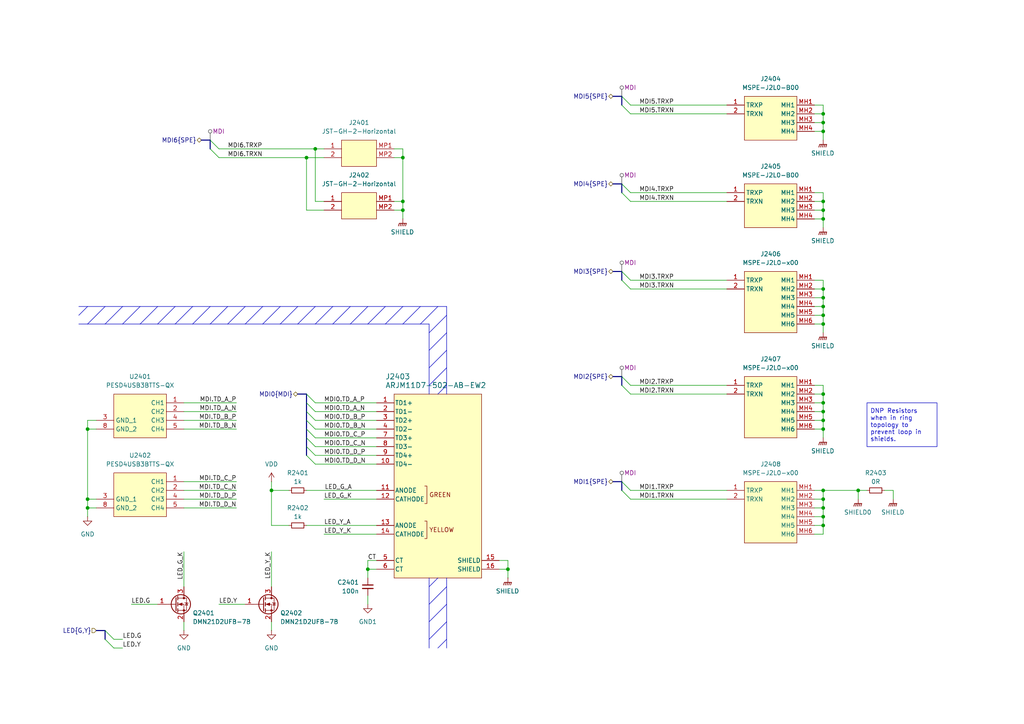
<source format=kicad_sch>
(kicad_sch
	(version 20250114)
	(generator "eeschema")
	(generator_version "9.0")
	(uuid "74c88219-6d92-487f-adc9-8b7127fcf1a3")
	(paper "A4")
	(title_block
		(title "Ethernet Connectors")
	)
	(lib_symbols
		(symbol "DMN21D2UFB-7B:DMN21D2UFB-7B"
			(pin_names
				(hide yes)
			)
			(exclude_from_sim no)
			(in_bom yes)
			(on_board yes)
			(property "Reference" "Q"
				(at 11.43 3.81 0)
				(effects
					(font
						(size 1.27 1.27)
					)
					(justify left top)
				)
			)
			(property "Value" "DMN21D2UFB-7B"
				(at 11.43 1.27 0)
				(effects
					(font
						(size 1.27 1.27)
					)
					(justify left top)
				)
			)
			(property "Footprint" "switch_footprints:DMN21D2UFB7B"
				(at 11.43 -98.73 0)
				(effects
					(font
						(size 1.27 1.27)
					)
					(justify left top)
					(hide yes)
				)
			)
			(property "Datasheet" "https://componentsearchengine.com/Datasheets/1/DMN21D2UFB-7B.pdf"
				(at 11.43 -198.73 0)
				(effects
					(font
						(size 1.27 1.27)
					)
					(justify left top)
					(hide yes)
				)
			)
			(property "Description" "MOSFET MOSFET BVDSS: 8V-24V X1-DFN1006-3 T&R 10"
				(at 0 -30.48 0)
				(effects
					(font
						(size 1.27 1.27)
					)
					(hide yes)
				)
			)
			(property "Height" "0.53"
				(at 11.43 -398.73 0)
				(effects
					(font
						(size 1.27 1.27)
					)
					(justify left top)
					(hide yes)
				)
			)
			(property "Mouser Part Number" "621-DMN21D2UFB-7B"
				(at 11.43 -498.73 0)
				(effects
					(font
						(size 1.27 1.27)
					)
					(justify left top)
					(hide yes)
				)
			)
			(property "Mouser Price/Stock" ""
				(at 11.43 -598.73 0)
				(effects
					(font
						(size 1.27 1.27)
					)
					(justify left top)
					(hide yes)
				)
			)
			(property "Manufacturer_Name" "Diodes Incorporated"
				(at 11.43 -698.73 0)
				(effects
					(font
						(size 1.27 1.27)
					)
					(justify left top)
					(hide yes)
				)
			)
			(property "Manufacturer_Part_Number" "DMN21D2UFB-7B"
				(at 11.43 -798.73 0)
				(effects
					(font
						(size 1.27 1.27)
					)
					(justify left top)
					(hide yes)
				)
			)
			(symbol "DMN21D2UFB-7B_0_1"
				(polyline
					(pts
						(xy 5.334 1.905) (xy 5.334 -1.905)
					)
					(stroke
						(width 0.254)
						(type default)
					)
					(fill
						(type none)
					)
				)
				(polyline
					(pts
						(xy 5.334 0) (xy 2.54 0)
					)
					(stroke
						(width 0)
						(type default)
					)
					(fill
						(type none)
					)
				)
				(polyline
					(pts
						(xy 5.842 2.286) (xy 5.842 1.27)
					)
					(stroke
						(width 0.254)
						(type default)
					)
					(fill
						(type none)
					)
				)
				(polyline
					(pts
						(xy 5.842 0.508) (xy 5.842 -0.508)
					)
					(stroke
						(width 0.254)
						(type default)
					)
					(fill
						(type none)
					)
				)
				(polyline
					(pts
						(xy 5.842 -1.27) (xy 5.842 -2.286)
					)
					(stroke
						(width 0.254)
						(type default)
					)
					(fill
						(type none)
					)
				)
				(polyline
					(pts
						(xy 5.842 -1.778) (xy 8.382 -1.778) (xy 8.382 1.778) (xy 5.842 1.778)
					)
					(stroke
						(width 0)
						(type default)
					)
					(fill
						(type none)
					)
				)
				(polyline
					(pts
						(xy 6.096 0) (xy 7.112 0.381) (xy 7.112 -0.381) (xy 6.096 0)
					)
					(stroke
						(width 0)
						(type default)
					)
					(fill
						(type outline)
					)
				)
				(circle
					(center 6.731 0)
					(radius 2.794)
					(stroke
						(width 0.254)
						(type default)
					)
					(fill
						(type none)
					)
				)
				(polyline
					(pts
						(xy 7.62 2.54) (xy 7.62 1.778)
					)
					(stroke
						(width 0)
						(type default)
					)
					(fill
						(type none)
					)
				)
				(circle
					(center 7.62 1.778)
					(radius 0.254)
					(stroke
						(width 0)
						(type default)
					)
					(fill
						(type outline)
					)
				)
				(circle
					(center 7.62 -1.778)
					(radius 0.254)
					(stroke
						(width 0)
						(type default)
					)
					(fill
						(type outline)
					)
				)
				(polyline
					(pts
						(xy 7.62 -2.54) (xy 7.62 0) (xy 5.842 0)
					)
					(stroke
						(width 0)
						(type default)
					)
					(fill
						(type none)
					)
				)
				(polyline
					(pts
						(xy 7.874 0.508) (xy 8.001 0.381) (xy 8.763 0.381) (xy 8.89 0.254)
					)
					(stroke
						(width 0)
						(type default)
					)
					(fill
						(type none)
					)
				)
				(polyline
					(pts
						(xy 8.382 0.381) (xy 8.001 -0.254) (xy 8.763 -0.254) (xy 8.382 0.381)
					)
					(stroke
						(width 0)
						(type default)
					)
					(fill
						(type none)
					)
				)
			)
			(symbol "DMN21D2UFB-7B_1_1"
				(pin input line
					(at 0 0 0)
					(length 2.54)
					(name "G"
						(effects
							(font
								(size 1.27 1.27)
							)
						)
					)
					(number "1"
						(effects
							(font
								(size 1.27 1.27)
							)
						)
					)
				)
				(pin passive line
					(at 7.62 5.08 270)
					(length 2.54)
					(name "D"
						(effects
							(font
								(size 1.27 1.27)
							)
						)
					)
					(number "3"
						(effects
							(font
								(size 1.27 1.27)
							)
						)
					)
				)
				(pin passive line
					(at 7.62 -5.08 90)
					(length 2.54)
					(name "S"
						(effects
							(font
								(size 1.27 1.27)
							)
						)
					)
					(number "2"
						(effects
							(font
								(size 1.27 1.27)
							)
						)
					)
				)
			)
			(embedded_fonts no)
		)
		(symbol "Device:C_Small"
			(pin_numbers
				(hide yes)
			)
			(pin_names
				(offset 0.254)
				(hide yes)
			)
			(exclude_from_sim no)
			(in_bom yes)
			(on_board yes)
			(property "Reference" "C"
				(at 0.254 1.778 0)
				(effects
					(font
						(size 1.27 1.27)
					)
					(justify left)
				)
			)
			(property "Value" "C_Small"
				(at 0.254 -2.032 0)
				(effects
					(font
						(size 1.27 1.27)
					)
					(justify left)
				)
			)
			(property "Footprint" ""
				(at 0 0 0)
				(effects
					(font
						(size 1.27 1.27)
					)
					(hide yes)
				)
			)
			(property "Datasheet" "~"
				(at 0 0 0)
				(effects
					(font
						(size 1.27 1.27)
					)
					(hide yes)
				)
			)
			(property "Description" "Unpolarized capacitor, small symbol"
				(at 0 0 0)
				(effects
					(font
						(size 1.27 1.27)
					)
					(hide yes)
				)
			)
			(property "ki_keywords" "capacitor cap"
				(at 0 0 0)
				(effects
					(font
						(size 1.27 1.27)
					)
					(hide yes)
				)
			)
			(property "ki_fp_filters" "C_*"
				(at 0 0 0)
				(effects
					(font
						(size 1.27 1.27)
					)
					(hide yes)
				)
			)
			(symbol "C_Small_0_1"
				(polyline
					(pts
						(xy -1.524 0.508) (xy 1.524 0.508)
					)
					(stroke
						(width 0.3048)
						(type default)
					)
					(fill
						(type none)
					)
				)
				(polyline
					(pts
						(xy -1.524 -0.508) (xy 1.524 -0.508)
					)
					(stroke
						(width 0.3302)
						(type default)
					)
					(fill
						(type none)
					)
				)
			)
			(symbol "C_Small_1_1"
				(pin passive line
					(at 0 2.54 270)
					(length 2.032)
					(name "~"
						(effects
							(font
								(size 1.27 1.27)
							)
						)
					)
					(number "1"
						(effects
							(font
								(size 1.27 1.27)
							)
						)
					)
				)
				(pin passive line
					(at 0 -2.54 90)
					(length 2.032)
					(name "~"
						(effects
							(font
								(size 1.27 1.27)
							)
						)
					)
					(number "2"
						(effects
							(font
								(size 1.27 1.27)
							)
						)
					)
				)
			)
			(embedded_fonts no)
		)
		(symbol "Device:R_Small"
			(pin_numbers
				(hide yes)
			)
			(pin_names
				(offset 0.254)
				(hide yes)
			)
			(exclude_from_sim no)
			(in_bom yes)
			(on_board yes)
			(property "Reference" "R"
				(at 0 0 90)
				(effects
					(font
						(size 1.016 1.016)
					)
				)
			)
			(property "Value" "R_Small"
				(at 1.778 0 90)
				(effects
					(font
						(size 1.27 1.27)
					)
				)
			)
			(property "Footprint" ""
				(at 0 0 0)
				(effects
					(font
						(size 1.27 1.27)
					)
					(hide yes)
				)
			)
			(property "Datasheet" "~"
				(at 0 0 0)
				(effects
					(font
						(size 1.27 1.27)
					)
					(hide yes)
				)
			)
			(property "Description" "Resistor, small symbol"
				(at 0 0 0)
				(effects
					(font
						(size 1.27 1.27)
					)
					(hide yes)
				)
			)
			(property "ki_keywords" "R resistor"
				(at 0 0 0)
				(effects
					(font
						(size 1.27 1.27)
					)
					(hide yes)
				)
			)
			(property "ki_fp_filters" "R_*"
				(at 0 0 0)
				(effects
					(font
						(size 1.27 1.27)
					)
					(hide yes)
				)
			)
			(symbol "R_Small_0_1"
				(rectangle
					(start -0.762 1.778)
					(end 0.762 -1.778)
					(stroke
						(width 0.2032)
						(type default)
					)
					(fill
						(type none)
					)
				)
			)
			(symbol "R_Small_1_1"
				(pin passive line
					(at 0 2.54 270)
					(length 0.762)
					(name "~"
						(effects
							(font
								(size 1.27 1.27)
							)
						)
					)
					(number "1"
						(effects
							(font
								(size 1.27 1.27)
							)
						)
					)
				)
				(pin passive line
					(at 0 -2.54 90)
					(length 0.762)
					(name "~"
						(effects
							(font
								(size 1.27 1.27)
							)
						)
					)
					(number "2"
						(effects
							(font
								(size 1.27 1.27)
							)
						)
					)
				)
			)
			(embedded_fonts no)
		)
		(symbol "ETH-CONN:ARJM11D7-502-AB-EW2"
			(pin_names
				(offset 0.254)
			)
			(exclude_from_sim no)
			(in_bom yes)
			(on_board yes)
			(property "Reference" "J"
				(at 0 5.08 0)
				(effects
					(font
						(size 1.524 1.524)
					)
				)
			)
			(property "Value" "ARJM11D7-502-AB-EW2"
				(at 0 2.54 0)
				(effects
					(font
						(size 1.524 1.524)
					)
				)
			)
			(property "Footprint" "project_footprints:ARJM11D7-502-AB-EW2_ABR"
				(at 0 -55.88 0)
				(effects
					(font
						(size 1.27 1.27)
						(italic yes)
					)
					(hide yes)
				)
			)
			(property "Datasheet" "https://abracon.com/Magnetics/ARJM11.pdf"
				(at 0 -58.42 0)
				(effects
					(font
						(size 1.27 1.27)
						(italic yes)
					)
					(hide yes)
				)
			)
			(property "Description" ""
				(at 0 0 0)
				(effects
					(font
						(size 1.27 1.27)
					)
					(hide yes)
				)
			)
			(property "ki_keywords" "ARJM11D7-502-AB-EW2"
				(at 0 0 0)
				(effects
					(font
						(size 1.27 1.27)
					)
					(hide yes)
				)
			)
			(property "ki_fp_filters" "ARJM11D7-502-AB-EW2_ABR"
				(at 0 0 0)
				(effects
					(font
						(size 1.27 1.27)
					)
					(hide yes)
				)
			)
			(symbol "ARJM11D7-502-AB-EW2_0_1"
				(polyline
					(pts
						(xy -3.81 -26.67) (xy -3.175 -26.67) (xy -3.175 -31.75) (xy -3.81 -31.75)
					)
					(stroke
						(width 0)
						(type default)
					)
					(fill
						(type none)
					)
				)
				(polyline
					(pts
						(xy -3.81 -36.83) (xy -3.175 -36.83) (xy -3.175 -41.91) (xy -3.81 -41.91)
					)
					(stroke
						(width 0)
						(type default)
					)
					(fill
						(type none)
					)
				)
				(pin bidirectional line
					(at -17.78 -2.54 0)
					(length 5.08)
					(name "TD1+"
						(effects
							(font
								(size 1.27 1.27)
							)
						)
					)
					(number "1"
						(effects
							(font
								(size 1.27 1.27)
							)
						)
					)
				)
				(pin bidirectional line
					(at -17.78 -5.08 0)
					(length 5.08)
					(name "TD1-"
						(effects
							(font
								(size 1.27 1.27)
							)
						)
					)
					(number "2"
						(effects
							(font
								(size 1.27 1.27)
							)
						)
					)
				)
				(pin bidirectional line
					(at -17.78 -7.62 0)
					(length 5.08)
					(name "TD2+"
						(effects
							(font
								(size 1.27 1.27)
							)
						)
					)
					(number "3"
						(effects
							(font
								(size 1.27 1.27)
							)
						)
					)
				)
				(pin bidirectional line
					(at -17.78 -10.16 0)
					(length 5.08)
					(name "TD2-"
						(effects
							(font
								(size 1.27 1.27)
							)
						)
					)
					(number "4"
						(effects
							(font
								(size 1.27 1.27)
							)
						)
					)
				)
				(pin bidirectional line
					(at -17.78 -12.7 0)
					(length 5.08)
					(name "TD3+"
						(effects
							(font
								(size 1.27 1.27)
							)
						)
					)
					(number "7"
						(effects
							(font
								(size 1.27 1.27)
							)
						)
					)
				)
				(pin bidirectional line
					(at -17.78 -15.24 0)
					(length 5.08)
					(name "TD3-"
						(effects
							(font
								(size 1.27 1.27)
							)
						)
					)
					(number "8"
						(effects
							(font
								(size 1.27 1.27)
							)
						)
					)
				)
				(pin bidirectional line
					(at -17.78 -17.78 0)
					(length 5.08)
					(name "TD4+"
						(effects
							(font
								(size 1.27 1.27)
							)
						)
					)
					(number "9"
						(effects
							(font
								(size 1.27 1.27)
							)
						)
					)
				)
				(pin bidirectional line
					(at -17.78 -20.32 0)
					(length 5.08)
					(name "TD4-"
						(effects
							(font
								(size 1.27 1.27)
							)
						)
					)
					(number "10"
						(effects
							(font
								(size 1.27 1.27)
							)
						)
					)
				)
				(pin unspecified line
					(at -17.78 -27.94 0)
					(length 5.08)
					(name "ANODE"
						(effects
							(font
								(size 1.27 1.27)
							)
						)
					)
					(number "11"
						(effects
							(font
								(size 1.27 1.27)
							)
						)
					)
				)
				(pin unspecified line
					(at -17.78 -30.48 0)
					(length 5.08)
					(name "CATHODE"
						(effects
							(font
								(size 1.27 1.27)
							)
						)
					)
					(number "12"
						(effects
							(font
								(size 1.27 1.27)
							)
						)
					)
				)
				(pin unspecified line
					(at -17.78 -38.1 0)
					(length 5.08)
					(name "ANODE"
						(effects
							(font
								(size 1.27 1.27)
							)
						)
					)
					(number "13"
						(effects
							(font
								(size 1.27 1.27)
							)
						)
					)
				)
				(pin unspecified line
					(at -17.78 -40.64 0)
					(length 5.08)
					(name "CATHODE"
						(effects
							(font
								(size 1.27 1.27)
							)
						)
					)
					(number "14"
						(effects
							(font
								(size 1.27 1.27)
							)
						)
					)
				)
				(pin unspecified line
					(at -17.78 -48.26 0)
					(length 5.08)
					(name "CT"
						(effects
							(font
								(size 1.27 1.27)
							)
						)
					)
					(number "5"
						(effects
							(font
								(size 1.27 1.27)
							)
						)
					)
				)
				(pin unspecified line
					(at -17.78 -50.8 0)
					(length 5.08)
					(name "CT"
						(effects
							(font
								(size 1.27 1.27)
							)
						)
					)
					(number "6"
						(effects
							(font
								(size 1.27 1.27)
							)
						)
					)
				)
			)
			(symbol "ARJM11D7-502-AB-EW2_1_1"
				(rectangle
					(start -12.7 0)
					(end 12.7 -53.34)
					(stroke
						(width 0)
						(type solid)
					)
					(fill
						(type background)
					)
				)
				(text "GREEN"
					(at -2.54 -29.21 0)
					(effects
						(font
							(size 1.27 1.27)
						)
						(justify left)
					)
				)
				(text "YELLOW"
					(at -2.54 -39.37 0)
					(effects
						(font
							(size 1.27 1.27)
						)
						(justify left)
					)
				)
				(pin passive line
					(at 17.78 -48.26 180)
					(length 5.08)
					(name "SHIELD"
						(effects
							(font
								(size 1.27 1.27)
							)
						)
					)
					(number "15"
						(effects
							(font
								(size 1.27 1.27)
							)
						)
					)
				)
				(pin passive line
					(at 17.78 -50.8 180)
					(length 5.08)
					(name "SHIELD"
						(effects
							(font
								(size 1.27 1.27)
							)
						)
					)
					(number "16"
						(effects
							(font
								(size 1.27 1.27)
							)
						)
					)
				)
			)
			(embedded_fonts no)
		)
		(symbol "ETH-CONN:MSPE-J2L0-B00"
			(exclude_from_sim no)
			(in_bom yes)
			(on_board yes)
			(property "Reference" "J"
				(at 0 5.08 0)
				(effects
					(font
						(size 1.27 1.27)
					)
				)
			)
			(property "Value" "MSPE-J2L0-B00"
				(at 0 2.54 0)
				(effects
					(font
						(size 1.27 1.27)
					)
				)
			)
			(property "Footprint" "project_footprints:MSPEJ2L0B00"
				(at 21.59 -94.92 0)
				(effects
					(font
						(size 1.27 1.27)
					)
					(justify left top)
					(hide yes)
				)
			)
			(property "Datasheet" "https://cdn.amphenol-icc.com/media/wysiwyg/files/drawing/p-mspe-j2l0-b00.pdf"
				(at 21.59 -194.92 0)
				(effects
					(font
						(size 1.27 1.27)
					)
					(justify left top)
					(hide yes)
				)
			)
			(property "Description" "Modular Connectors / Ethernet Connectors MSPE SGL PAIR ETHERNET CABLE"
				(at 0 -15.24 0)
				(effects
					(font
						(size 1.27 1.27)
					)
					(hide yes)
				)
			)
			(property "Height" "6.55"
				(at 21.59 -394.92 0)
				(effects
					(font
						(size 1.27 1.27)
					)
					(justify left top)
					(hide yes)
				)
			)
			(property "Mouser Part Number" "523-MSPE-J2L0-B00"
				(at 21.59 -494.92 0)
				(effects
					(font
						(size 1.27 1.27)
					)
					(justify left top)
					(hide yes)
				)
			)
			(property "Mouser Price/Stock" "https://www.mouser.co.uk/ProductDetail/Amphenol-Commercial-Products/MSPE-J2L0-B00?qs=e8oIoAS2J1QiQnwI3t%2FVjA%3D%3D"
				(at 21.59 -594.92 0)
				(effects
					(font
						(size 1.27 1.27)
					)
					(justify left top)
					(hide yes)
				)
			)
			(property "Manufacturer_Name" "Amphenol"
				(at 21.59 -694.92 0)
				(effects
					(font
						(size 1.27 1.27)
					)
					(justify left top)
					(hide yes)
				)
			)
			(property "Manufacturer_Part_Number" "MSPE-J2L0-B00"
				(at 21.59 -794.92 0)
				(effects
					(font
						(size 1.27 1.27)
					)
					(justify left top)
					(hide yes)
				)
			)
			(symbol "MSPE-J2L0-B00_1_1"
				(rectangle
					(start -7.62 0)
					(end 7.62 -12.7)
					(stroke
						(width 0)
						(type solid)
					)
					(fill
						(type background)
					)
				)
				(pin passive line
					(at -12.7 -2.54 0)
					(length 5.08)
					(name "TRXP"
						(effects
							(font
								(size 1.27 1.27)
							)
						)
					)
					(number "1"
						(effects
							(font
								(size 1.27 1.27)
							)
						)
					)
				)
				(pin passive line
					(at -12.7 -5.08 0)
					(length 5.08)
					(name "TRXN"
						(effects
							(font
								(size 1.27 1.27)
							)
						)
					)
					(number "2"
						(effects
							(font
								(size 1.27 1.27)
							)
						)
					)
				)
				(pin passive line
					(at 12.7 -2.54 180)
					(length 5.08)
					(name "MH1"
						(effects
							(font
								(size 1.27 1.27)
							)
						)
					)
					(number "MH1"
						(effects
							(font
								(size 1.27 1.27)
							)
						)
					)
				)
				(pin passive line
					(at 12.7 -5.08 180)
					(length 5.08)
					(name "MH2"
						(effects
							(font
								(size 1.27 1.27)
							)
						)
					)
					(number "MH2"
						(effects
							(font
								(size 1.27 1.27)
							)
						)
					)
				)
				(pin passive line
					(at 12.7 -7.62 180)
					(length 5.08)
					(name "MH3"
						(effects
							(font
								(size 1.27 1.27)
							)
						)
					)
					(number "MH3"
						(effects
							(font
								(size 1.27 1.27)
							)
						)
					)
				)
				(pin passive line
					(at 12.7 -10.16 180)
					(length 5.08)
					(name "MH4"
						(effects
							(font
								(size 1.27 1.27)
							)
						)
					)
					(number "MH4"
						(effects
							(font
								(size 1.27 1.27)
							)
						)
					)
				)
			)
			(embedded_fonts no)
		)
		(symbol "ETH-CONN:MSPE-J2L0-x00"
			(exclude_from_sim no)
			(in_bom yes)
			(on_board yes)
			(property "Reference" "J"
				(at 0 5.08 0)
				(effects
					(font
						(size 1.27 1.27)
					)
				)
			)
			(property "Value" "MSPE-J2L0-x00"
				(at 0 2.54 0)
				(effects
					(font
						(size 1.27 1.27)
					)
				)
			)
			(property "Footprint" "project_footprints:MSPEJ2L0x00"
				(at 21.59 -94.92 0)
				(effects
					(font
						(size 1.27 1.27)
					)
					(justify left top)
					(hide yes)
				)
			)
			(property "Datasheet" "https://cdn.amphenol-icc.com/media/wysiwyg/files/drawing/p-mspe-j2l0-b00.pdf"
				(at 21.59 -194.92 0)
				(effects
					(font
						(size 1.27 1.27)
					)
					(justify left top)
					(hide yes)
				)
			)
			(property "Description" "Modular Connectors / Ethernet Connectors MSPE SGL PAIR ETHERNET CABLE"
				(at 0 -20.32 0)
				(effects
					(font
						(size 1.27 1.27)
					)
					(hide yes)
				)
			)
			(property "Height" "6.55"
				(at 21.59 -394.92 0)
				(effects
					(font
						(size 1.27 1.27)
					)
					(justify left top)
					(hide yes)
				)
			)
			(property "Mouser Part Number" "523-MSPE-J2L0-B00"
				(at 21.59 -494.92 0)
				(effects
					(font
						(size 1.27 1.27)
					)
					(justify left top)
					(hide yes)
				)
			)
			(property "Mouser Price/Stock" "https://www.mouser.co.uk/ProductDetail/Amphenol-Commercial-Products/MSPE-J2L0-B00?qs=e8oIoAS2J1QiQnwI3t%2FVjA%3D%3D"
				(at 21.59 -594.92 0)
				(effects
					(font
						(size 1.27 1.27)
					)
					(justify left top)
					(hide yes)
				)
			)
			(property "Manufacturer_Name" "Amphenol"
				(at 21.59 -694.92 0)
				(effects
					(font
						(size 1.27 1.27)
					)
					(justify left top)
					(hide yes)
				)
			)
			(property "Manufacturer_Part_Number" "MSPE-J2L0-B00"
				(at 21.59 -794.92 0)
				(effects
					(font
						(size 1.27 1.27)
					)
					(justify left top)
					(hide yes)
				)
			)
			(symbol "MSPE-J2L0-x00_1_1"
				(rectangle
					(start -7.62 0)
					(end 7.62 -17.78)
					(stroke
						(width 0)
						(type solid)
					)
					(fill
						(type background)
					)
				)
				(pin passive line
					(at -12.7 -2.54 0)
					(length 5.08)
					(name "TRXP"
						(effects
							(font
								(size 1.27 1.27)
							)
						)
					)
					(number "1"
						(effects
							(font
								(size 1.27 1.27)
							)
						)
					)
				)
				(pin passive line
					(at -12.7 -5.08 0)
					(length 5.08)
					(name "TRXN"
						(effects
							(font
								(size 1.27 1.27)
							)
						)
					)
					(number "2"
						(effects
							(font
								(size 1.27 1.27)
							)
						)
					)
				)
				(pin passive line
					(at 12.7 -2.54 180)
					(length 5.08)
					(name "MH1"
						(effects
							(font
								(size 1.27 1.27)
							)
						)
					)
					(number "MH1"
						(effects
							(font
								(size 1.27 1.27)
							)
						)
					)
				)
				(pin passive line
					(at 12.7 -5.08 180)
					(length 5.08)
					(name "MH2"
						(effects
							(font
								(size 1.27 1.27)
							)
						)
					)
					(number "MH2"
						(effects
							(font
								(size 1.27 1.27)
							)
						)
					)
				)
				(pin passive line
					(at 12.7 -7.62 180)
					(length 5.08)
					(name "MH3"
						(effects
							(font
								(size 1.27 1.27)
							)
						)
					)
					(number "MH3"
						(effects
							(font
								(size 1.27 1.27)
							)
						)
					)
				)
				(pin passive line
					(at 12.7 -10.16 180)
					(length 5.08)
					(name "MH4"
						(effects
							(font
								(size 1.27 1.27)
							)
						)
					)
					(number "MH4"
						(effects
							(font
								(size 1.27 1.27)
							)
						)
					)
				)
				(pin passive line
					(at 12.7 -12.7 180)
					(length 5.08)
					(name "MH5"
						(effects
							(font
								(size 1.27 1.27)
							)
						)
					)
					(number "MH5"
						(effects
							(font
								(size 1.27 1.27)
							)
						)
					)
				)
				(pin passive line
					(at 12.7 -15.24 180)
					(length 5.08)
					(name "MH6"
						(effects
							(font
								(size 1.27 1.27)
							)
						)
					)
					(number "MH6"
						(effects
							(font
								(size 1.27 1.27)
							)
						)
					)
				)
			)
			(embedded_fonts no)
		)
		(symbol "JST-GH:JST-GH-2-Horizontal"
			(pin_names
				(hide yes)
			)
			(exclude_from_sim no)
			(in_bom yes)
			(on_board yes)
			(property "Reference" "J"
				(at 0 5.08 0)
				(effects
					(font
						(size 1.27 1.27)
					)
				)
			)
			(property "Value" "JST-GH-2-Horizontal"
				(at 0 2.54 0)
				(effects
					(font
						(size 1.27 1.27)
					)
				)
			)
			(property "Footprint" "project_footprints:JST_GH_SM02B-GHS-TB_1x02-1MP_P1.25mm_Horizontal"
				(at 0 -10.16 0)
				(effects
					(font
						(size 1.27 1.27)
					)
					(hide yes)
				)
			)
			(property "Datasheet" ""
				(at 0 0 0)
				(effects
					(font
						(size 1.27 1.27)
					)
					(hide yes)
				)
			)
			(property "Description" ""
				(at 0 0 0)
				(effects
					(font
						(size 1.27 1.27)
					)
					(hide yes)
				)
			)
			(symbol "JST-GH-2-Horizontal_1_1"
				(rectangle
					(start -5.08 0)
					(end 5.08 -7.62)
					(stroke
						(width 0)
						(type solid)
					)
					(fill
						(type background)
					)
				)
				(pin passive line
					(at -10.16 -2.54 0)
					(length 5.08)
					(name ""
						(effects
							(font
								(size 1.27 1.27)
							)
						)
					)
					(number "MP1"
						(effects
							(font
								(size 1.27 1.27)
							)
						)
					)
				)
				(pin passive line
					(at -10.16 -5.08 0)
					(length 5.08)
					(name ""
						(effects
							(font
								(size 1.27 1.27)
							)
						)
					)
					(number "MP2"
						(effects
							(font
								(size 1.27 1.27)
							)
						)
					)
				)
				(pin passive line
					(at 10.16 -2.54 180)
					(length 5.08)
					(name ""
						(effects
							(font
								(size 1.27 1.27)
							)
						)
					)
					(number "1"
						(effects
							(font
								(size 1.27 1.27)
							)
						)
					)
				)
				(pin passive line
					(at 10.16 -5.08 180)
					(length 5.08)
					(name ""
						(effects
							(font
								(size 1.27 1.27)
							)
						)
					)
					(number "2"
						(effects
							(font
								(size 1.27 1.27)
							)
						)
					)
				)
			)
			(embedded_fonts no)
		)
		(symbol "PESD4USB3BTTS-QX:PESD4USB3BTTS-QX"
			(exclude_from_sim no)
			(in_bom yes)
			(on_board yes)
			(property "Reference" "U"
				(at 0 5.08 0)
				(effects
					(font
						(size 1.27 1.27)
					)
				)
			)
			(property "Value" "PESD4USB3BTTS-QX"
				(at 0 2.54 0)
				(effects
					(font
						(size 1.27 1.27)
					)
				)
			)
			(property "Footprint" "switch_footprints:PESD4USB3BTTSQX"
				(at 29.21 -94.92 0)
				(effects
					(font
						(size 1.27 1.27)
					)
					(justify left top)
					(hide yes)
				)
			)
			(property "Datasheet" "https://assets.nexperia.com/documents/data-sheet/PESD4USB3BTTS-Q.pdf"
				(at 29.21 -194.92 0)
				(effects
					(font
						(size 1.27 1.27)
					)
					(justify left top)
					(hide yes)
				)
			)
			(property "Description" "ESD protection for high-speed interfaces,10 terminals; 0.5 mm pitch; 2.5 mm x 1 mm x 0.75 mm body,DFN2510D-10 (SOT1165D)"
				(at 0 -38.1 0)
				(effects
					(font
						(size 1.27 1.27)
					)
					(hide yes)
				)
			)
			(property "Height" "0.8"
				(at 29.21 -394.92 0)
				(effects
					(font
						(size 1.27 1.27)
					)
					(justify left top)
					(hide yes)
				)
			)
			(property "Mouser Part Number" "771-PESD4USB3BTTS-QX"
				(at 29.21 -494.92 0)
				(effects
					(font
						(size 1.27 1.27)
					)
					(justify left top)
					(hide yes)
				)
			)
			(property "Mouser Price/Stock" "https://www.mouser.co.uk/ProductDetail/Nexperia/PESD4USB3BTTS-QX?qs=3Rah4i%252BhyCFJEPB%252BB9x8Uw%3D%3D"
				(at 29.21 -594.92 0)
				(effects
					(font
						(size 1.27 1.27)
					)
					(justify left top)
					(hide yes)
				)
			)
			(property "Manufacturer_Name" "Nexperia"
				(at 29.21 -694.92 0)
				(effects
					(font
						(size 1.27 1.27)
					)
					(justify left top)
					(hide yes)
				)
			)
			(property "Manufacturer_Part_Number" "PESD4USB3BTTS-QX"
				(at 29.21 -794.92 0)
				(effects
					(font
						(size 1.27 1.27)
					)
					(justify left top)
					(hide yes)
				)
			)
			(symbol "PESD4USB3BTTS-QX_1_1"
				(rectangle
					(start -7.62 0)
					(end 7.62 -12.7)
					(stroke
						(width 0)
						(type solid)
					)
					(fill
						(type background)
					)
				)
				(pin passive line
					(at -12.7 -2.54 0)
					(length 5.08)
					(name "CH1"
						(effects
							(font
								(size 1.27 1.27)
							)
						)
					)
					(number "1"
						(effects
							(font
								(size 1.27 1.27)
							)
						)
					)
				)
				(pin passive line
					(at -12.7 -2.54 0)
					(length 5.08)
					(hide yes)
					(name "NC"
						(effects
							(font
								(size 1.27 1.27)
							)
						)
					)
					(number "10"
						(effects
							(font
								(size 1.27 1.27)
							)
						)
					)
				)
				(pin passive line
					(at -12.7 -5.08 0)
					(length 5.08)
					(name "CH2"
						(effects
							(font
								(size 1.27 1.27)
							)
						)
					)
					(number "2"
						(effects
							(font
								(size 1.27 1.27)
							)
						)
					)
				)
				(pin passive line
					(at -12.7 -5.08 0)
					(length 5.08)
					(hide yes)
					(name "NC"
						(effects
							(font
								(size 1.27 1.27)
							)
						)
					)
					(number "9"
						(effects
							(font
								(size 1.27 1.27)
							)
						)
					)
				)
				(pin passive line
					(at -12.7 -7.62 0)
					(length 5.08)
					(name "CH3"
						(effects
							(font
								(size 1.27 1.27)
							)
						)
					)
					(number "4"
						(effects
							(font
								(size 1.27 1.27)
							)
						)
					)
				)
				(pin passive line
					(at -12.7 -7.62 0)
					(length 5.08)
					(hide yes)
					(name "NC"
						(effects
							(font
								(size 1.27 1.27)
							)
						)
					)
					(number "7"
						(effects
							(font
								(size 1.27 1.27)
							)
						)
					)
				)
				(pin passive line
					(at -12.7 -10.16 0)
					(length 5.08)
					(name "CH4"
						(effects
							(font
								(size 1.27 1.27)
							)
						)
					)
					(number "5"
						(effects
							(font
								(size 1.27 1.27)
							)
						)
					)
				)
				(pin passive line
					(at -12.7 -10.16 0)
					(length 5.08)
					(hide yes)
					(name "NC"
						(effects
							(font
								(size 1.27 1.27)
							)
						)
					)
					(number "6"
						(effects
							(font
								(size 1.27 1.27)
							)
						)
					)
				)
				(pin passive line
					(at 12.7 -7.62 180)
					(length 5.08)
					(name "GND_1"
						(effects
							(font
								(size 1.27 1.27)
							)
						)
					)
					(number "3"
						(effects
							(font
								(size 1.27 1.27)
							)
						)
					)
				)
				(pin passive line
					(at 12.7 -10.16 180)
					(length 5.08)
					(name "GND_2"
						(effects
							(font
								(size 1.27 1.27)
							)
						)
					)
					(number "8"
						(effects
							(font
								(size 1.27 1.27)
							)
						)
					)
				)
			)
			(embedded_fonts no)
		)
		(symbol "PWR-SYM:SHIELD"
			(power)
			(pin_numbers
				(hide yes)
			)
			(pin_names
				(offset 0)
				(hide yes)
			)
			(exclude_from_sim no)
			(in_bom yes)
			(on_board yes)
			(property "Reference" "#PWR"
				(at 0 -5.08 0)
				(effects
					(font
						(size 1.27 1.27)
					)
					(hide yes)
				)
			)
			(property "Value" "SHIELD"
				(at 0 -3.302 0)
				(effects
					(font
						(size 1.27 1.27)
					)
				)
			)
			(property "Footprint" ""
				(at 0 -1.27 0)
				(effects
					(font
						(size 1.27 1.27)
					)
					(hide yes)
				)
			)
			(property "Datasheet" ""
				(at 0 -1.27 0)
				(effects
					(font
						(size 1.27 1.27)
					)
					(hide yes)
				)
			)
			(property "Description" "Power symbol creates a global label with name \"SHIELD\" , global ground"
				(at 0 0 0)
				(effects
					(font
						(size 1.27 1.27)
					)
					(hide yes)
				)
			)
			(property "ki_keywords" "global ground"
				(at 0 0 0)
				(effects
					(font
						(size 1.27 1.27)
					)
					(hide yes)
				)
			)
			(symbol "SHIELD_0_1"
				(polyline
					(pts
						(xy -1.016 -1.27) (xy -1.27 -2.032) (xy -1.27 -2.032)
					)
					(stroke
						(width 0.2032)
						(type default)
					)
					(fill
						(type none)
					)
				)
				(polyline
					(pts
						(xy -0.508 -1.27) (xy -0.762 -2.032) (xy -0.762 -2.032)
					)
					(stroke
						(width 0.2032)
						(type default)
					)
					(fill
						(type none)
					)
				)
				(polyline
					(pts
						(xy 0 -1.27) (xy 0 0)
					)
					(stroke
						(width 0)
						(type default)
					)
					(fill
						(type none)
					)
				)
				(polyline
					(pts
						(xy 0 -1.27) (xy -0.254 -2.032) (xy -0.254 -2.032)
					)
					(stroke
						(width 0.2032)
						(type default)
					)
					(fill
						(type none)
					)
				)
				(polyline
					(pts
						(xy 0.508 -1.27) (xy 0.254 -2.032) (xy 0.254 -2.032)
					)
					(stroke
						(width 0.2032)
						(type default)
					)
					(fill
						(type none)
					)
				)
				(polyline
					(pts
						(xy 1.016 -1.27) (xy -1.016 -1.27) (xy -1.016 -1.27)
					)
					(stroke
						(width 0.2032)
						(type default)
					)
					(fill
						(type none)
					)
				)
				(polyline
					(pts
						(xy 1.016 -1.27) (xy 0.762 -2.032) (xy 0.762 -2.032) (xy 0.762 -2.032)
					)
					(stroke
						(width 0.2032)
						(type default)
					)
					(fill
						(type none)
					)
				)
			)
			(symbol "SHIELD_1_1"
				(pin power_in line
					(at 0 0 270)
					(length 0)
					(name "~"
						(effects
							(font
								(size 1.27 1.27)
							)
						)
					)
					(number "1"
						(effects
							(font
								(size 1.27 1.27)
							)
						)
					)
				)
			)
			(embedded_fonts no)
		)
		(symbol "PWR-SYM:SHIELD0"
			(power)
			(pin_numbers
				(hide yes)
			)
			(pin_names
				(offset 0)
				(hide yes)
			)
			(exclude_from_sim no)
			(in_bom yes)
			(on_board yes)
			(property "Reference" "#PWR"
				(at 0 -5.08 0)
				(effects
					(font
						(size 1.27 1.27)
					)
					(hide yes)
				)
			)
			(property "Value" "SHIELD0"
				(at 0 -3.302 0)
				(effects
					(font
						(size 1.27 1.27)
					)
				)
			)
			(property "Footprint" ""
				(at 0 -1.27 0)
				(effects
					(font
						(size 1.27 1.27)
					)
					(hide yes)
				)
			)
			(property "Datasheet" ""
				(at 0 -1.27 0)
				(effects
					(font
						(size 1.27 1.27)
					)
					(hide yes)
				)
			)
			(property "Description" "Power symbol creates a global label with name \"SHIELD0\" , global ground"
				(at 0 0 0)
				(effects
					(font
						(size 1.27 1.27)
					)
					(hide yes)
				)
			)
			(property "ki_keywords" "global ground"
				(at 0 0 0)
				(effects
					(font
						(size 1.27 1.27)
					)
					(hide yes)
				)
			)
			(symbol "SHIELD0_0_1"
				(polyline
					(pts
						(xy -1.016 -1.27) (xy -1.27 -2.032) (xy -1.27 -2.032)
					)
					(stroke
						(width 0.2032)
						(type default)
					)
					(fill
						(type none)
					)
				)
				(polyline
					(pts
						(xy -0.508 -1.27) (xy -0.762 -2.032) (xy -0.762 -2.032)
					)
					(stroke
						(width 0.2032)
						(type default)
					)
					(fill
						(type none)
					)
				)
				(polyline
					(pts
						(xy 0 -1.27) (xy 0 0)
					)
					(stroke
						(width 0)
						(type default)
					)
					(fill
						(type none)
					)
				)
				(polyline
					(pts
						(xy 0 -1.27) (xy -0.254 -2.032) (xy -0.254 -2.032)
					)
					(stroke
						(width 0.2032)
						(type default)
					)
					(fill
						(type none)
					)
				)
				(polyline
					(pts
						(xy 0.508 -1.27) (xy 0.254 -2.032) (xy 0.254 -2.032)
					)
					(stroke
						(width 0.2032)
						(type default)
					)
					(fill
						(type none)
					)
				)
				(polyline
					(pts
						(xy 1.016 -1.27) (xy -1.016 -1.27) (xy -1.016 -1.27)
					)
					(stroke
						(width 0.2032)
						(type default)
					)
					(fill
						(type none)
					)
				)
				(polyline
					(pts
						(xy 1.016 -1.27) (xy 0.762 -2.032) (xy 0.762 -2.032) (xy 0.762 -2.032)
					)
					(stroke
						(width 0.2032)
						(type default)
					)
					(fill
						(type none)
					)
				)
			)
			(symbol "SHIELD0_1_1"
				(pin power_in line
					(at 0 0 270)
					(length 0)
					(name "~"
						(effects
							(font
								(size 1.27 1.27)
							)
						)
					)
					(number "1"
						(effects
							(font
								(size 1.27 1.27)
							)
						)
					)
				)
			)
			(embedded_fonts no)
		)
		(symbol "power:GND"
			(power)
			(pin_numbers
				(hide yes)
			)
			(pin_names
				(offset 0)
				(hide yes)
			)
			(exclude_from_sim no)
			(in_bom yes)
			(on_board yes)
			(property "Reference" "#PWR"
				(at 0 -6.35 0)
				(effects
					(font
						(size 1.27 1.27)
					)
					(hide yes)
				)
			)
			(property "Value" "GND"
				(at 0 -3.81 0)
				(effects
					(font
						(size 1.27 1.27)
					)
				)
			)
			(property "Footprint" ""
				(at 0 0 0)
				(effects
					(font
						(size 1.27 1.27)
					)
					(hide yes)
				)
			)
			(property "Datasheet" ""
				(at 0 0 0)
				(effects
					(font
						(size 1.27 1.27)
					)
					(hide yes)
				)
			)
			(property "Description" "Power symbol creates a global label with name \"GND\" , ground"
				(at 0 0 0)
				(effects
					(font
						(size 1.27 1.27)
					)
					(hide yes)
				)
			)
			(property "ki_keywords" "global power"
				(at 0 0 0)
				(effects
					(font
						(size 1.27 1.27)
					)
					(hide yes)
				)
			)
			(symbol "GND_0_1"
				(polyline
					(pts
						(xy 0 0) (xy 0 -1.27) (xy 1.27 -1.27) (xy 0 -2.54) (xy -1.27 -1.27) (xy 0 -1.27)
					)
					(stroke
						(width 0)
						(type default)
					)
					(fill
						(type none)
					)
				)
			)
			(symbol "GND_1_1"
				(pin power_in line
					(at 0 0 270)
					(length 0)
					(name "~"
						(effects
							(font
								(size 1.27 1.27)
							)
						)
					)
					(number "1"
						(effects
							(font
								(size 1.27 1.27)
							)
						)
					)
				)
			)
			(embedded_fonts no)
		)
		(symbol "power:GND1"
			(power)
			(pin_numbers
				(hide yes)
			)
			(pin_names
				(offset 0)
				(hide yes)
			)
			(exclude_from_sim no)
			(in_bom yes)
			(on_board yes)
			(property "Reference" "#PWR"
				(at 0 -6.35 0)
				(effects
					(font
						(size 1.27 1.27)
					)
					(hide yes)
				)
			)
			(property "Value" "GND1"
				(at 0 -3.81 0)
				(effects
					(font
						(size 1.27 1.27)
					)
				)
			)
			(property "Footprint" ""
				(at 0 0 0)
				(effects
					(font
						(size 1.27 1.27)
					)
					(hide yes)
				)
			)
			(property "Datasheet" ""
				(at 0 0 0)
				(effects
					(font
						(size 1.27 1.27)
					)
					(hide yes)
				)
			)
			(property "Description" "Power symbol creates a global label with name \"GND1\" , ground"
				(at 0 0 0)
				(effects
					(font
						(size 1.27 1.27)
					)
					(hide yes)
				)
			)
			(property "ki_keywords" "global power"
				(at 0 0 0)
				(effects
					(font
						(size 1.27 1.27)
					)
					(hide yes)
				)
			)
			(symbol "GND1_0_1"
				(polyline
					(pts
						(xy 0 0) (xy 0 -1.27) (xy 1.27 -1.27) (xy 0 -2.54) (xy -1.27 -1.27) (xy 0 -1.27)
					)
					(stroke
						(width 0)
						(type default)
					)
					(fill
						(type none)
					)
				)
			)
			(symbol "GND1_1_1"
				(pin power_in line
					(at 0 0 270)
					(length 0)
					(name "~"
						(effects
							(font
								(size 1.27 1.27)
							)
						)
					)
					(number "1"
						(effects
							(font
								(size 1.27 1.27)
							)
						)
					)
				)
			)
			(embedded_fonts no)
		)
		(symbol "power:VDD"
			(power)
			(pin_numbers
				(hide yes)
			)
			(pin_names
				(offset 0)
				(hide yes)
			)
			(exclude_from_sim no)
			(in_bom yes)
			(on_board yes)
			(property "Reference" "#PWR"
				(at 0 -3.81 0)
				(effects
					(font
						(size 1.27 1.27)
					)
					(hide yes)
				)
			)
			(property "Value" "VDD"
				(at 0 3.556 0)
				(effects
					(font
						(size 1.27 1.27)
					)
				)
			)
			(property "Footprint" ""
				(at 0 0 0)
				(effects
					(font
						(size 1.27 1.27)
					)
					(hide yes)
				)
			)
			(property "Datasheet" ""
				(at 0 0 0)
				(effects
					(font
						(size 1.27 1.27)
					)
					(hide yes)
				)
			)
			(property "Description" "Power symbol creates a global label with name \"VDD\""
				(at 0 0 0)
				(effects
					(font
						(size 1.27 1.27)
					)
					(hide yes)
				)
			)
			(property "ki_keywords" "global power"
				(at 0 0 0)
				(effects
					(font
						(size 1.27 1.27)
					)
					(hide yes)
				)
			)
			(symbol "VDD_0_1"
				(polyline
					(pts
						(xy -0.762 1.27) (xy 0 2.54)
					)
					(stroke
						(width 0)
						(type default)
					)
					(fill
						(type none)
					)
				)
				(polyline
					(pts
						(xy 0 2.54) (xy 0.762 1.27)
					)
					(stroke
						(width 0)
						(type default)
					)
					(fill
						(type none)
					)
				)
				(polyline
					(pts
						(xy 0 0) (xy 0 2.54)
					)
					(stroke
						(width 0)
						(type default)
					)
					(fill
						(type none)
					)
				)
			)
			(symbol "VDD_1_1"
				(pin power_in line
					(at 0 0 90)
					(length 0)
					(name "~"
						(effects
							(font
								(size 1.27 1.27)
							)
						)
					)
					(number "1"
						(effects
							(font
								(size 1.27 1.27)
							)
						)
					)
				)
			)
			(embedded_fonts no)
		)
	)
	(bus_alias "SPE"
		(members "TRXP" "TRXN")
	)
	(text_box "DNP Resistors when in ring topology to prevent loop in shields."
		(exclude_from_sim no)
		(at 251.46 116.84 0)
		(size 20.32 12.7)
		(margins 0.9525 0.9525 0.9525 0.9525)
		(stroke
			(width 0)
			(type solid)
		)
		(fill
			(type none)
		)
		(effects
			(font
				(size 1.27 1.27)
			)
			(justify left)
		)
		(uuid "cf97b4d4-c197-4870-b2ce-49dfc9af1cee")
	)
	(junction
		(at 238.76 60.96)
		(diameter 0)
		(color 0 0 0 0)
		(uuid "03e96879-0c60-491c-9bf5-91213645972b")
	)
	(junction
		(at 91.44 43.18)
		(diameter 0)
		(color 0 0 0 0)
		(uuid "0acce138-dee0-428a-b628-e12812f12258")
	)
	(junction
		(at 238.76 86.36)
		(diameter 0)
		(color 0 0 0 0)
		(uuid "0b55bae3-19db-42e8-b34c-0cdabd4d78a9")
	)
	(junction
		(at 248.92 142.24)
		(diameter 0)
		(color 0 0 0 0)
		(uuid "14ea4d96-b8a2-4d60-ab1b-167346caece1")
	)
	(junction
		(at 238.76 88.9)
		(diameter 0)
		(color 0 0 0 0)
		(uuid "152db6be-6984-4553-87cc-09e1dc548fb1")
	)
	(junction
		(at 238.76 114.3)
		(diameter 0)
		(color 0 0 0 0)
		(uuid "16dd47cb-3c58-4150-8553-c255ee7b018b")
	)
	(junction
		(at 78.74 142.24)
		(diameter 0)
		(color 0 0 0 0)
		(uuid "26e762e0-1609-46b3-ad81-f02c23dcc477")
	)
	(junction
		(at 25.4 147.32)
		(diameter 0)
		(color 0 0 0 0)
		(uuid "2c8dad8b-b336-4af0-917e-6ad8d97f5dba")
	)
	(junction
		(at 116.84 58.42)
		(diameter 0)
		(color 0 0 0 0)
		(uuid "4a94001c-c860-4460-a72e-5003d386983c")
	)
	(junction
		(at 116.84 45.72)
		(diameter 0)
		(color 0 0 0 0)
		(uuid "59726343-c0ce-4e4a-96ff-d443d505e0fc")
	)
	(junction
		(at 88.9 45.72)
		(diameter 0)
		(color 0 0 0 0)
		(uuid "5dc7e096-8a06-44a1-a7db-fbcdb13ca617")
	)
	(junction
		(at 238.76 121.92)
		(diameter 0)
		(color 0 0 0 0)
		(uuid "5dd56948-40f7-4552-b89b-1349ce72e964")
	)
	(junction
		(at 238.76 83.82)
		(diameter 0)
		(color 0 0 0 0)
		(uuid "7437d2e8-35b2-4d5d-acce-ba52312f7eee")
	)
	(junction
		(at 238.76 119.38)
		(diameter 0)
		(color 0 0 0 0)
		(uuid "9eb6c164-3d17-4bc1-83f7-aae2503ba5dd")
	)
	(junction
		(at 25.4 124.46)
		(diameter 0)
		(color 0 0 0 0)
		(uuid "a155490a-de4c-4f8d-9182-5c3194bca40b")
	)
	(junction
		(at 238.76 124.46)
		(diameter 0)
		(color 0 0 0 0)
		(uuid "a3288acf-1220-4172-9090-bb347e5fb1dd")
	)
	(junction
		(at 238.76 142.24)
		(diameter 0)
		(color 0 0 0 0)
		(uuid "ac14d6c8-be5e-4128-84e2-063874f8c9de")
	)
	(junction
		(at 238.76 152.4)
		(diameter 0)
		(color 0 0 0 0)
		(uuid "be1ad457-933f-4f17-8ee3-e7c74848586d")
	)
	(junction
		(at 238.76 58.42)
		(diameter 0)
		(color 0 0 0 0)
		(uuid "be2370db-64c3-4663-9aa5-bc28c430ec8d")
	)
	(junction
		(at 238.76 38.1)
		(diameter 0)
		(color 0 0 0 0)
		(uuid "befe4ea5-327a-4b45-ad77-6aaa52c8b7c9")
	)
	(junction
		(at 238.76 147.32)
		(diameter 0)
		(color 0 0 0 0)
		(uuid "bf044d75-5aca-46b6-8923-c5aa57a3b2f1")
	)
	(junction
		(at 116.84 60.96)
		(diameter 0)
		(color 0 0 0 0)
		(uuid "bfb1c339-6efa-4037-9526-8cb1e650789c")
	)
	(junction
		(at 238.76 35.56)
		(diameter 0)
		(color 0 0 0 0)
		(uuid "bfff8172-7e1f-4e4c-9114-f72e5150a7f6")
	)
	(junction
		(at 25.4 144.78)
		(diameter 0)
		(color 0 0 0 0)
		(uuid "c4eef098-d182-4190-a538-1195ae67ed59")
	)
	(junction
		(at 238.76 149.86)
		(diameter 0)
		(color 0 0 0 0)
		(uuid "cbd3aeb4-9ea4-46dc-8360-9b6e0dd8cba0")
	)
	(junction
		(at 106.68 165.1)
		(diameter 0)
		(color 0 0 0 0)
		(uuid "cc15a8e6-49fd-498f-aaab-c958859d6649")
	)
	(junction
		(at 238.76 116.84)
		(diameter 0)
		(color 0 0 0 0)
		(uuid "cd5b09c5-90ca-42fc-94a5-a930d126ed56")
	)
	(junction
		(at 238.76 93.98)
		(diameter 0)
		(color 0 0 0 0)
		(uuid "d75f69e5-67fb-4f99-bc8d-9b846a918b44")
	)
	(junction
		(at 238.76 144.78)
		(diameter 0)
		(color 0 0 0 0)
		(uuid "e53303c5-76b7-49ad-b266-4cbe47e09ee6")
	)
	(junction
		(at 238.76 33.02)
		(diameter 0)
		(color 0 0 0 0)
		(uuid "e8c31065-077e-4a46-a80c-21090d24c166")
	)
	(junction
		(at 238.76 63.5)
		(diameter 0)
		(color 0 0 0 0)
		(uuid "ee0c737b-4ed5-4ed7-b5ec-69bfa8e2f91f")
	)
	(junction
		(at 238.76 91.44)
		(diameter 0)
		(color 0 0 0 0)
		(uuid "f0555383-3aa5-42b8-94a7-d268c27771bb")
	)
	(junction
		(at 147.32 165.1)
		(diameter 0)
		(color 0 0 0 0)
		(uuid "f8a99102-6626-49fd-8b88-9eab22a3550e")
	)
	(bus_entry
		(at 180.34 27.94)
		(size 2.54 2.54)
		(stroke
			(width 0)
			(type default)
		)
		(uuid "19eae835-f0e7-4e42-b30e-0fe1f38461b3")
	)
	(bus_entry
		(at 180.34 139.7)
		(size 2.54 2.54)
		(stroke
			(width 0)
			(type default)
		)
		(uuid "3bd2acde-f377-488c-81c1-ba7db5b6ec9f")
	)
	(bus_entry
		(at 88.9 119.38)
		(size 2.54 2.54)
		(stroke
			(width 0)
			(type default)
		)
		(uuid "3c561980-096d-4595-8ad8-877e2719f583")
	)
	(bus_entry
		(at 180.34 81.28)
		(size 2.54 2.54)
		(stroke
			(width 0)
			(type default)
		)
		(uuid "436bc6f1-18f1-4da9-abde-eec2a47ee42a")
	)
	(bus_entry
		(at 88.9 124.46)
		(size 2.54 2.54)
		(stroke
			(width 0)
			(type default)
		)
		(uuid "50277c1f-2688-4f93-936e-bc2824632993")
	)
	(bus_entry
		(at 180.34 55.88)
		(size 2.54 2.54)
		(stroke
			(width 0)
			(type default)
		)
		(uuid "6906f31a-2e9b-4af9-a7f7-50ffe70f006d")
	)
	(bus_entry
		(at 88.9 121.92)
		(size 2.54 2.54)
		(stroke
			(width 0)
			(type default)
		)
		(uuid "6990c13a-eb11-460c-9a69-fa0c22cb383f")
	)
	(bus_entry
		(at 60.96 43.18)
		(size 2.54 2.54)
		(stroke
			(width 0)
			(type default)
		)
		(uuid "6fae0ac5-ce4d-4ede-a88f-0ac83de6cae0")
	)
	(bus_entry
		(at 180.34 111.76)
		(size 2.54 2.54)
		(stroke
			(width 0)
			(type default)
		)
		(uuid "9ce00b59-d67b-4a75-8004-139d0e3f12da")
	)
	(bus_entry
		(at 180.34 30.48)
		(size 2.54 2.54)
		(stroke
			(width 0)
			(type default)
		)
		(uuid "a5f1d11d-84be-40d3-bf3c-eaa2d72e2441")
	)
	(bus_entry
		(at 88.9 129.54)
		(size 2.54 2.54)
		(stroke
			(width 0)
			(type default)
		)
		(uuid "a80496d9-af7a-4fe4-87b5-4ad31ffc6e0f")
	)
	(bus_entry
		(at 88.9 114.3)
		(size 2.54 2.54)
		(stroke
			(width 0)
			(type default)
		)
		(uuid "ac77f0fb-3c00-475f-af54-7e345b20af38")
	)
	(bus_entry
		(at 180.34 78.74)
		(size 2.54 2.54)
		(stroke
			(width 0)
			(type default)
		)
		(uuid "bc9f062b-6e64-46b1-8f66-2bb51d7f3dac")
	)
	(bus_entry
		(at 88.9 127)
		(size 2.54 2.54)
		(stroke
			(width 0)
			(type default)
		)
		(uuid "c3fa38d9-bc82-434c-bf45-7747e23f2731")
	)
	(bus_entry
		(at 60.96 40.64)
		(size 2.54 2.54)
		(stroke
			(width 0)
			(type default)
		)
		(uuid "ca4a57b8-7139-452e-82c1-1241c7d7450f")
	)
	(bus_entry
		(at 30.48 185.42)
		(size 2.54 2.54)
		(stroke
			(width 0)
			(type default)
		)
		(uuid "ccc83686-734c-4731-b3ea-866ced94bbf3")
	)
	(bus_entry
		(at 180.34 142.24)
		(size 2.54 2.54)
		(stroke
			(width 0)
			(type default)
		)
		(uuid "d24319ee-da45-49de-88da-9a50a76491fa")
	)
	(bus_entry
		(at 180.34 53.34)
		(size 2.54 2.54)
		(stroke
			(width 0)
			(type default)
		)
		(uuid "d8a97646-4a35-43d6-a41d-f417fa7504da")
	)
	(bus_entry
		(at 30.48 182.88)
		(size 2.54 2.54)
		(stroke
			(width 0)
			(type default)
		)
		(uuid "da78ef75-9d6b-42cd-9808-35bc1140b0d4")
	)
	(bus_entry
		(at 88.9 132.08)
		(size 2.54 2.54)
		(stroke
			(width 0)
			(type default)
		)
		(uuid "dc8f5a21-f44b-41c7-bbdd-8cdcc8760506")
	)
	(bus_entry
		(at 88.9 116.84)
		(size 2.54 2.54)
		(stroke
			(width 0)
			(type default)
		)
		(uuid "e8424796-8cb6-45fc-8f1e-70d256ebf405")
	)
	(bus_entry
		(at 180.34 109.22)
		(size 2.54 2.54)
		(stroke
			(width 0)
			(type default)
		)
		(uuid "fb6323d0-47d7-4a92-8908-4b7fac00400b")
	)
	(polyline
		(pts
			(xy 66.04 88.9) (xy 60.96 93.98)
		)
		(stroke
			(width 0)
			(type default)
		)
		(uuid "0070b90a-2ab1-440b-99b7-4e8b86ab6cc6")
	)
	(polyline
		(pts
			(xy 129.54 180.34) (xy 124.46 185.42)
		)
		(stroke
			(width 0)
			(type default)
		)
		(uuid "01d62968-bf61-4fba-88c2-f12e765eeb2f")
	)
	(wire
		(pts
			(xy 25.4 124.46) (xy 27.94 124.46)
		)
		(stroke
			(width 0)
			(type default)
		)
		(uuid "062d3253-18b8-4cee-847d-1fa53e09e233")
	)
	(wire
		(pts
			(xy 238.76 154.94) (xy 236.22 154.94)
		)
		(stroke
			(width 0)
			(type default)
		)
		(uuid "07be8df5-7cde-42ee-9f13-94852c9ad567")
	)
	(polyline
		(pts
			(xy 55.88 88.9) (xy 50.8 93.98)
		)
		(stroke
			(width 0)
			(type default)
		)
		(uuid "07e97327-7279-4bdc-b835-6bf9d1743cd7")
	)
	(wire
		(pts
			(xy 106.68 165.1) (xy 106.68 162.56)
		)
		(stroke
			(width 0)
			(type default)
		)
		(uuid "07ea7d50-f19e-4c30-951a-8b20761a82b5")
	)
	(wire
		(pts
			(xy 182.88 142.24) (xy 210.82 142.24)
		)
		(stroke
			(width 0)
			(type default)
		)
		(uuid "08414489-f8f8-4872-8805-15d0e7523d15")
	)
	(polyline
		(pts
			(xy 121.92 88.9) (xy 116.84 93.98)
		)
		(stroke
			(width 0)
			(type default)
		)
		(uuid "09b6f007-1a4a-43fa-9f80-d8786fea4c9e")
	)
	(wire
		(pts
			(xy 27.94 121.92) (xy 25.4 121.92)
		)
		(stroke
			(width 0)
			(type default)
		)
		(uuid "0a17222b-9205-4429-8a6b-3266912c08b1")
	)
	(wire
		(pts
			(xy 182.88 58.42) (xy 210.82 58.42)
		)
		(stroke
			(width 0)
			(type default)
		)
		(uuid "0a642a2e-8509-4533-98f7-b84a0af5e05e")
	)
	(wire
		(pts
			(xy 238.76 83.82) (xy 238.76 86.36)
		)
		(stroke
			(width 0)
			(type default)
		)
		(uuid "0bcbb5e9-7bc2-4963-a2aa-4525491f0a67")
	)
	(wire
		(pts
			(xy 93.98 144.78) (xy 109.22 144.78)
		)
		(stroke
			(width 0)
			(type default)
		)
		(uuid "0bf89051-f692-4429-9ab3-4218d33f78ce")
	)
	(wire
		(pts
			(xy 238.76 93.98) (xy 238.76 96.52)
		)
		(stroke
			(width 0)
			(type default)
		)
		(uuid "0c46de50-bb97-4e15-b6d7-395be7d2cc0d")
	)
	(wire
		(pts
			(xy 182.88 33.02) (xy 210.82 33.02)
		)
		(stroke
			(width 0)
			(type default)
		)
		(uuid "1011742c-2a1a-4a98-8d45-b60ffecb1373")
	)
	(wire
		(pts
			(xy 182.88 111.76) (xy 210.82 111.76)
		)
		(stroke
			(width 0)
			(type default)
		)
		(uuid "111e1054-8bfe-453c-af91-0e3a65952173")
	)
	(wire
		(pts
			(xy 114.3 43.18) (xy 116.84 43.18)
		)
		(stroke
			(width 0)
			(type default)
		)
		(uuid "1237f2a4-98f8-47cb-a60e-80fb147a2ad9")
	)
	(polyline
		(pts
			(xy 129.54 96.52) (xy 124.46 101.6)
		)
		(stroke
			(width 0)
			(type default)
		)
		(uuid "1293669f-6029-477b-a6f2-b7a41399d4e5")
	)
	(wire
		(pts
			(xy 78.74 142.24) (xy 78.74 152.4)
		)
		(stroke
			(width 0)
			(type default)
		)
		(uuid "18c1343f-ec79-4b3d-b3cb-e1fbc3af6f7e")
	)
	(bus
		(pts
			(xy 27.94 182.88) (xy 30.48 182.88)
		)
		(stroke
			(width 0)
			(type default)
		)
		(uuid "1926857a-3c0d-4107-ae5a-7b759a22a9c9")
	)
	(wire
		(pts
			(xy 236.22 81.28) (xy 238.76 81.28)
		)
		(stroke
			(width 0)
			(type default)
		)
		(uuid "1aef22cc-1ade-45ba-9b2d-ddf3bfa33048")
	)
	(wire
		(pts
			(xy 238.76 38.1) (xy 238.76 40.64)
		)
		(stroke
			(width 0)
			(type default)
		)
		(uuid "2192ae57-c83b-4578-a077-a75867fa0bba")
	)
	(wire
		(pts
			(xy 236.22 83.82) (xy 238.76 83.82)
		)
		(stroke
			(width 0)
			(type default)
		)
		(uuid "22343487-09d8-4669-a038-09410b603af5")
	)
	(polyline
		(pts
			(xy 129.54 101.6) (xy 124.46 106.68)
		)
		(stroke
			(width 0)
			(type default)
		)
		(uuid "22459aaa-7851-4f89-ac79-c1ecc987b0ad")
	)
	(wire
		(pts
			(xy 236.22 91.44) (xy 238.76 91.44)
		)
		(stroke
			(width 0)
			(type default)
		)
		(uuid "27c7ae87-d7e2-4be9-910d-f5912e0d9981")
	)
	(polyline
		(pts
			(xy 45.72 88.9) (xy 40.64 93.98)
		)
		(stroke
			(width 0)
			(type default)
		)
		(uuid "286d3dda-c733-4b6e-9ef1-6c6ea964fc42")
	)
	(bus
		(pts
			(xy 180.34 53.34) (xy 177.8 53.34)
		)
		(stroke
			(width 0)
			(type default)
		)
		(uuid "294d781e-a628-40d7-bee3-3ef084d396cf")
	)
	(bus
		(pts
			(xy 180.34 139.7) (xy 180.34 142.24)
		)
		(stroke
			(width 0)
			(type default)
		)
		(uuid "2a0ca9e3-5a7c-43be-b239-2f16337fbae6")
	)
	(wire
		(pts
			(xy 78.74 160.02) (xy 78.74 170.18)
		)
		(stroke
			(width 0)
			(type default)
		)
		(uuid "2adc2fb2-133a-499a-bca9-7f538f579760")
	)
	(wire
		(pts
			(xy 63.5 43.18) (xy 91.44 43.18)
		)
		(stroke
			(width 0)
			(type default)
		)
		(uuid "2bd77a05-af28-45ef-9afe-ddb7839ad78b")
	)
	(wire
		(pts
			(xy 182.88 55.88) (xy 210.82 55.88)
		)
		(stroke
			(width 0)
			(type default)
		)
		(uuid "2cc28374-7cc9-4b50-9a4d-1faecd3d204c")
	)
	(bus
		(pts
			(xy 180.34 78.74) (xy 180.34 81.28)
		)
		(stroke
			(width 0)
			(type default)
		)
		(uuid "2e0f9eb8-ce95-40c0-b325-80443d356c7c")
	)
	(wire
		(pts
			(xy 238.76 81.28) (xy 238.76 83.82)
		)
		(stroke
			(width 0)
			(type default)
		)
		(uuid "2ea051df-f7ea-4383-ac17-f5b3d1f1f6ea")
	)
	(wire
		(pts
			(xy 91.44 116.84) (xy 109.22 116.84)
		)
		(stroke
			(width 0)
			(type default)
		)
		(uuid "3362b424-76d4-419c-868d-030f8cfc90d5")
	)
	(wire
		(pts
			(xy 93.98 60.96) (xy 88.9 60.96)
		)
		(stroke
			(width 0)
			(type default)
		)
		(uuid "35b4977f-60b3-4af8-942e-458a66281804")
	)
	(bus
		(pts
			(xy 180.34 109.22) (xy 180.34 111.76)
		)
		(stroke
			(width 0)
			(type default)
		)
		(uuid "36c54877-92df-4cd9-af4d-7126a3659550")
	)
	(wire
		(pts
			(xy 91.44 58.42) (xy 91.44 43.18)
		)
		(stroke
			(width 0)
			(type default)
		)
		(uuid "37998ce6-3045-4f5c-ac98-e9ae3c444c24")
	)
	(wire
		(pts
			(xy 63.5 175.26) (xy 71.12 175.26)
		)
		(stroke
			(width 0)
			(type default)
		)
		(uuid "37fc7316-b239-4578-be0f-0191f5151e03")
	)
	(wire
		(pts
			(xy 68.58 144.78) (xy 53.34 144.78)
		)
		(stroke
			(width 0)
			(type default)
		)
		(uuid "3894d1c4-0cb5-4a1d-81dd-851cac213f2f")
	)
	(bus
		(pts
			(xy 88.9 116.84) (xy 88.9 119.38)
		)
		(stroke
			(width 0)
			(type default)
		)
		(uuid "38db38f4-4d10-409d-92b1-248d78379b7a")
	)
	(polyline
		(pts
			(xy 124.46 187.96) (xy 124.46 167.64)
		)
		(stroke
			(width 0)
			(type default)
		)
		(uuid "39dda245-8b60-49e9-bd71-4f6b507cf494")
	)
	(bus
		(pts
			(xy 180.34 53.34) (xy 180.34 55.88)
		)
		(stroke
			(width 0)
			(type default)
		)
		(uuid "3a7e5d3f-3c12-47c7-8ae6-142008d95a70")
	)
	(wire
		(pts
			(xy 25.4 144.78) (xy 27.94 144.78)
		)
		(stroke
			(width 0)
			(type default)
		)
		(uuid "3b85a34b-792e-4f23-adf9-38ee088770c2")
	)
	(wire
		(pts
			(xy 78.74 180.34) (xy 78.74 182.88)
		)
		(stroke
			(width 0)
			(type default)
		)
		(uuid "3d68cf69-ab01-4408-ab21-a25b9fe0d00a")
	)
	(wire
		(pts
			(xy 238.76 88.9) (xy 238.76 91.44)
		)
		(stroke
			(width 0)
			(type default)
		)
		(uuid "3fa8eda7-cfd2-4bce-9ac1-9e890a30ffad")
	)
	(wire
		(pts
			(xy 182.88 114.3) (xy 210.82 114.3)
		)
		(stroke
			(width 0)
			(type default)
		)
		(uuid "3fc24f2e-6ff6-4c88-97d0-6355b92ebf50")
	)
	(wire
		(pts
			(xy 147.32 165.1) (xy 144.78 165.1)
		)
		(stroke
			(width 0)
			(type default)
		)
		(uuid "3ff8cbd9-93be-44c3-8275-d0a607cce758")
	)
	(polyline
		(pts
			(xy 96.52 88.9) (xy 91.44 93.98)
		)
		(stroke
			(width 0)
			(type default)
		)
		(uuid "40739cd3-1865-492b-8894-21918a63581d")
	)
	(polyline
		(pts
			(xy 129.54 91.44) (xy 124.46 96.52)
		)
		(stroke
			(width 0)
			(type default)
		)
		(uuid "4083036c-d3c5-42f8-93f3-8c8b541fdd65")
	)
	(wire
		(pts
			(xy 147.32 167.64) (xy 147.32 165.1)
		)
		(stroke
			(width 0)
			(type default)
		)
		(uuid "41d97b1d-1d32-4f88-b9b8-4a459a8980b9")
	)
	(wire
		(pts
			(xy 25.4 147.32) (xy 27.94 147.32)
		)
		(stroke
			(width 0)
			(type default)
		)
		(uuid "4341fa8f-a04f-4728-a393-7f66d2385fc0")
	)
	(wire
		(pts
			(xy 236.22 121.92) (xy 238.76 121.92)
		)
		(stroke
			(width 0)
			(type default)
		)
		(uuid "4379713e-bf62-43b7-ac50-20b2633f9a28")
	)
	(bus
		(pts
			(xy 88.9 121.92) (xy 88.9 124.46)
		)
		(stroke
			(width 0)
			(type default)
		)
		(uuid "4488b3d1-8b23-472a-9c89-c10208f918cb")
	)
	(wire
		(pts
			(xy 238.76 116.84) (xy 238.76 119.38)
		)
		(stroke
			(width 0)
			(type default)
		)
		(uuid "45d251ec-40a8-4528-a317-b69beca8178e")
	)
	(wire
		(pts
			(xy 236.22 55.88) (xy 238.76 55.88)
		)
		(stroke
			(width 0)
			(type default)
		)
		(uuid "45f2e113-a3c1-4b6f-99ea-6eea6be8cd8a")
	)
	(wire
		(pts
			(xy 147.32 165.1) (xy 147.32 162.56)
		)
		(stroke
			(width 0)
			(type default)
		)
		(uuid "47a74246-aac6-4a38-94f5-fd5a2dcbe2fb")
	)
	(bus
		(pts
			(xy 180.34 78.74) (xy 177.8 78.74)
		)
		(stroke
			(width 0)
			(type default)
		)
		(uuid "4974dcc3-bbfa-428a-ac02-b114e3c1a906")
	)
	(wire
		(pts
			(xy 147.32 162.56) (xy 144.78 162.56)
		)
		(stroke
			(width 0)
			(type default)
		)
		(uuid "49aee717-428e-456e-aab9-d262bfe90972")
	)
	(wire
		(pts
			(xy 238.76 124.46) (xy 238.76 127)
		)
		(stroke
			(width 0)
			(type default)
		)
		(uuid "4bfc4350-25e6-42c1-89f1-c9179a423f1e")
	)
	(bus
		(pts
			(xy 180.34 27.94) (xy 177.8 27.94)
		)
		(stroke
			(width 0)
			(type default)
		)
		(uuid "4d271a5d-7ca5-4457-84ef-b877ba6b7571")
	)
	(wire
		(pts
			(xy 88.9 152.4) (xy 109.22 152.4)
		)
		(stroke
			(width 0)
			(type default)
		)
		(uuid "51297861-638c-4bc2-bab6-9242f323e841")
	)
	(wire
		(pts
			(xy 116.84 60.96) (xy 116.84 63.5)
		)
		(stroke
			(width 0)
			(type default)
		)
		(uuid "53d9611e-c743-4b13-a701-2f97a347bc42")
	)
	(bus
		(pts
			(xy 86.36 114.3) (xy 88.9 114.3)
		)
		(stroke
			(width 0)
			(type default)
		)
		(uuid "56445a97-f857-4c44-b8e3-ef9f35090bd7")
	)
	(polyline
		(pts
			(xy 86.36 88.9) (xy 81.28 93.98)
		)
		(stroke
			(width 0)
			(type default)
		)
		(uuid "5746ee57-8aa9-408d-b72c-ec4dd7fda24e")
	)
	(wire
		(pts
			(xy 91.44 121.92) (xy 109.22 121.92)
		)
		(stroke
			(width 0)
			(type default)
		)
		(uuid "57a0ed56-593e-4b4b-bf35-f4ee94501004")
	)
	(wire
		(pts
			(xy 182.88 81.28) (xy 210.82 81.28)
		)
		(stroke
			(width 0)
			(type default)
		)
		(uuid "5cd0ea54-f3f2-4d88-8fcd-39d7c0c49b2b")
	)
	(wire
		(pts
			(xy 106.68 165.1) (xy 106.68 167.64)
		)
		(stroke
			(width 0)
			(type default)
		)
		(uuid "604c12c3-6033-4a55-b1b6-fdaf5a1f688b")
	)
	(wire
		(pts
			(xy 236.22 35.56) (xy 238.76 35.56)
		)
		(stroke
			(width 0)
			(type default)
		)
		(uuid "61180feb-fb45-472c-ad34-d257e39e5694")
	)
	(wire
		(pts
			(xy 238.76 33.02) (xy 238.76 35.56)
		)
		(stroke
			(width 0)
			(type default)
		)
		(uuid "63a075d3-5bcb-4d5d-83d0-da120678a4fb")
	)
	(wire
		(pts
			(xy 238.76 91.44) (xy 238.76 93.98)
		)
		(stroke
			(width 0)
			(type default)
		)
		(uuid "63ac3fcc-b202-4569-a166-57d0c34e78c6")
	)
	(polyline
		(pts
			(xy 81.28 88.9) (xy 76.2 93.98)
		)
		(stroke
			(width 0)
			(type default)
		)
		(uuid "6452021f-0da9-43ef-a903-1ddc982ba668")
	)
	(wire
		(pts
			(xy 25.4 147.32) (xy 25.4 149.86)
		)
		(stroke
			(width 0)
			(type default)
		)
		(uuid "6a715812-b551-4fe1-bd3c-2fe67d3e13ea")
	)
	(wire
		(pts
			(xy 238.76 38.1) (xy 236.22 38.1)
		)
		(stroke
			(width 0)
			(type default)
		)
		(uuid "6ad7e82d-269c-43ba-a36b-37c85770880f")
	)
	(wire
		(pts
			(xy 236.22 60.96) (xy 238.76 60.96)
		)
		(stroke
			(width 0)
			(type default)
		)
		(uuid "6ceeaf32-10cd-40e8-afcf-1527d3f31215")
	)
	(wire
		(pts
			(xy 259.08 144.78) (xy 259.08 142.24)
		)
		(stroke
			(width 0)
			(type default)
		)
		(uuid "6d78f0de-0907-4f7b-b62c-0d2c6f9a7d98")
	)
	(bus
		(pts
			(xy 60.96 40.64) (xy 58.42 40.64)
		)
		(stroke
			(width 0)
			(type default)
		)
		(uuid "6ddc01bd-3b4a-4435-b2a1-2e898d6126a0")
	)
	(wire
		(pts
			(xy 236.22 152.4) (xy 238.76 152.4)
		)
		(stroke
			(width 0)
			(type default)
		)
		(uuid "6e2b4622-8cc5-46dc-bf46-f482bd0d54e1")
	)
	(wire
		(pts
			(xy 238.76 152.4) (xy 238.76 154.94)
		)
		(stroke
			(width 0)
			(type default)
		)
		(uuid "6e5175db-c812-4d2b-9afe-437f9e64cc50")
	)
	(wire
		(pts
			(xy 91.44 127) (xy 109.22 127)
		)
		(stroke
			(width 0)
			(type default)
		)
		(uuid "6f0d328f-082c-47b4-9dc5-11a2da0ce2f0")
	)
	(wire
		(pts
			(xy 238.76 142.24) (xy 238.76 144.78)
		)
		(stroke
			(width 0)
			(type default)
		)
		(uuid "7106dec8-f98e-4102-82ba-5fda74bbd8fd")
	)
	(wire
		(pts
			(xy 238.76 55.88) (xy 238.76 58.42)
		)
		(stroke
			(width 0)
			(type default)
		)
		(uuid "710eba78-c96b-41f7-b54f-542c1c7123b3")
	)
	(wire
		(pts
			(xy 78.74 139.7) (xy 78.74 142.24)
		)
		(stroke
			(width 0)
			(type default)
		)
		(uuid "74479516-0da1-46ee-924c-9438b898733f")
	)
	(wire
		(pts
			(xy 88.9 60.96) (xy 88.9 45.72)
		)
		(stroke
			(width 0)
			(type default)
		)
		(uuid "74638193-e6d6-4c3c-800a-c4a88ac8c415")
	)
	(wire
		(pts
			(xy 238.76 121.92) (xy 238.76 124.46)
		)
		(stroke
			(width 0)
			(type default)
		)
		(uuid "764a95c0-bc53-4487-814c-8b1d73eebb14")
	)
	(wire
		(pts
			(xy 238.76 63.5) (xy 238.76 66.04)
		)
		(stroke
			(width 0)
			(type default)
		)
		(uuid "7793ba3a-aa39-4f42-836a-aed5950a01f4")
	)
	(wire
		(pts
			(xy 25.4 144.78) (xy 25.4 147.32)
		)
		(stroke
			(width 0)
			(type default)
		)
		(uuid "7a49b578-9264-48c7-ba38-3d828de8a31d")
	)
	(wire
		(pts
			(xy 182.88 83.82) (xy 210.82 83.82)
		)
		(stroke
			(width 0)
			(type default)
		)
		(uuid "7a85a6de-7f30-49fd-bd05-7523e76107fb")
	)
	(wire
		(pts
			(xy 68.58 119.38) (xy 53.34 119.38)
		)
		(stroke
			(width 0)
			(type default)
		)
		(uuid "7babaafc-7d04-4ade-8feb-0c6982eef578")
	)
	(bus
		(pts
			(xy 88.9 119.38) (xy 88.9 121.92)
		)
		(stroke
			(width 0)
			(type default)
		)
		(uuid "7c9ad14f-e86c-4d5e-bdae-6fa584a7e634")
	)
	(polyline
		(pts
			(xy 22.86 93.98) (xy 124.46 93.98)
		)
		(stroke
			(width 0)
			(type default)
		)
		(uuid "7e6f487b-a71c-4721-a6c4-6fe0e3159f51")
	)
	(wire
		(pts
			(xy 93.98 154.94) (xy 109.22 154.94)
		)
		(stroke
			(width 0)
			(type default)
		)
		(uuid "7f46553e-7f16-430c-abff-fe19c22db205")
	)
	(wire
		(pts
			(xy 238.76 93.98) (xy 236.22 93.98)
		)
		(stroke
			(width 0)
			(type default)
		)
		(uuid "8077d042-64c7-47ed-993d-4d0c11d2a653")
	)
	(wire
		(pts
			(xy 238.76 111.76) (xy 238.76 114.3)
		)
		(stroke
			(width 0)
			(type default)
		)
		(uuid "818e556f-758a-4b39-9d51-6eb2d07e56b8")
	)
	(polyline
		(pts
			(xy 101.6 88.9) (xy 96.52 93.98)
		)
		(stroke
			(width 0)
			(type default)
		)
		(uuid "82343890-75bd-45c4-82f3-249d43c731af")
	)
	(wire
		(pts
			(xy 25.4 121.92) (xy 25.4 124.46)
		)
		(stroke
			(width 0)
			(type default)
		)
		(uuid "82acda30-eae9-47a8-a9d0-2e29c306e7a4")
	)
	(wire
		(pts
			(xy 106.68 172.72) (xy 106.68 175.26)
		)
		(stroke
			(width 0)
			(type default)
		)
		(uuid "8364f7a8-ea6a-4832-b08d-b67650f7ab6b")
	)
	(wire
		(pts
			(xy 248.92 142.24) (xy 251.46 142.24)
		)
		(stroke
			(width 0)
			(type default)
		)
		(uuid "8473d77a-8805-47c1-9bb6-ce2278065b70")
	)
	(wire
		(pts
			(xy 236.22 33.02) (xy 238.76 33.02)
		)
		(stroke
			(width 0)
			(type default)
		)
		(uuid "8569bf17-a21f-4552-a823-59a031bd2cd5")
	)
	(wire
		(pts
			(xy 238.76 149.86) (xy 238.76 152.4)
		)
		(stroke
			(width 0)
			(type default)
		)
		(uuid "87d94284-599b-4211-9e9f-2d241bb4d345")
	)
	(polyline
		(pts
			(xy 71.12 88.9) (xy 66.04 93.98)
		)
		(stroke
			(width 0)
			(type default)
		)
		(uuid "882ecf6d-2023-4b57-992f-0db2273fbe26")
	)
	(polyline
		(pts
			(xy 129.54 185.42) (xy 127 187.96)
		)
		(stroke
			(width 0)
			(type default)
		)
		(uuid "898682ea-6f17-42ab-a16e-f0a62cbe8bdd")
	)
	(bus
		(pts
			(xy 60.96 40.64) (xy 60.96 43.18)
		)
		(stroke
			(width 0)
			(type default)
		)
		(uuid "8b6b1e6b-90d7-44d3-aa6b-c913f2f2671d")
	)
	(wire
		(pts
			(xy 91.44 129.54) (xy 109.22 129.54)
		)
		(stroke
			(width 0)
			(type default)
		)
		(uuid "8c381558-93ae-4a00-afb8-1da00bf640a6")
	)
	(wire
		(pts
			(xy 182.88 144.78) (xy 210.82 144.78)
		)
		(stroke
			(width 0)
			(type default)
		)
		(uuid "8c61f518-d330-458a-9c7a-57637e5e4b8b")
	)
	(wire
		(pts
			(xy 78.74 152.4) (xy 83.82 152.4)
		)
		(stroke
			(width 0)
			(type default)
		)
		(uuid "8d6f21f8-a85e-4b9c-817c-6b47b980543b")
	)
	(wire
		(pts
			(xy 238.76 142.24) (xy 248.92 142.24)
		)
		(stroke
			(width 0)
			(type default)
		)
		(uuid "8ea1e202-38f5-43c3-a8c5-10076a31b903")
	)
	(wire
		(pts
			(xy 236.22 147.32) (xy 238.76 147.32)
		)
		(stroke
			(width 0)
			(type default)
		)
		(uuid "9375fe59-2084-4970-8724-af555009d7f7")
	)
	(polyline
		(pts
			(xy 127 167.64) (xy 124.46 170.18)
		)
		(stroke
			(width 0)
			(type default)
		)
		(uuid "942e7e3e-697a-46d0-afd1-f596cd742695")
	)
	(wire
		(pts
			(xy 116.84 45.72) (xy 116.84 43.18)
		)
		(stroke
			(width 0)
			(type default)
		)
		(uuid "9452a5c2-0f3f-4be4-be94-64461ac4458a")
	)
	(wire
		(pts
			(xy 259.08 142.24) (xy 256.54 142.24)
		)
		(stroke
			(width 0)
			(type default)
		)
		(uuid "967b3b5d-b538-46f5-a9e5-23c6ebb20146")
	)
	(wire
		(pts
			(xy 238.76 88.9) (xy 236.22 88.9)
		)
		(stroke
			(width 0)
			(type default)
		)
		(uuid "96925766-2deb-4fec-92ef-6bdafeb20884")
	)
	(wire
		(pts
			(xy 33.02 187.96) (xy 35.56 187.96)
		)
		(stroke
			(width 0)
			(type default)
		)
		(uuid "96a05a70-bba3-427c-9fd5-ad101bad2fac")
	)
	(wire
		(pts
			(xy 68.58 142.24) (xy 53.34 142.24)
		)
		(stroke
			(width 0)
			(type default)
		)
		(uuid "97361222-e149-45f8-b716-f8c58e73e25c")
	)
	(polyline
		(pts
			(xy 50.8 88.9) (xy 45.72 93.98)
		)
		(stroke
			(width 0)
			(type default)
		)
		(uuid "9740b9bc-d898-4b61-9e9c-1f32d808526e")
	)
	(polyline
		(pts
			(xy 91.44 88.9) (xy 86.36 93.98)
		)
		(stroke
			(width 0)
			(type default)
		)
		(uuid "9a03eaf2-7e01-4567-b643-b86591a5b1c9")
	)
	(wire
		(pts
			(xy 238.76 149.86) (xy 236.22 149.86)
		)
		(stroke
			(width 0)
			(type default)
		)
		(uuid "9f389d5d-9577-4e02-b983-ece988ec58b8")
	)
	(wire
		(pts
			(xy 91.44 43.18) (xy 93.98 43.18)
		)
		(stroke
			(width 0)
			(type default)
		)
		(uuid "a021f567-d99d-4dc8-9a91-74fef816aa86")
	)
	(polyline
		(pts
			(xy 129.54 175.26) (xy 124.46 180.34)
		)
		(stroke
			(width 0)
			(type default)
		)
		(uuid "a04a9152-90da-47db-9794-4c736ee2a638")
	)
	(bus
		(pts
			(xy 180.34 109.22) (xy 177.8 109.22)
		)
		(stroke
			(width 0)
			(type default)
		)
		(uuid "a0a3dac8-2b5d-4e06-87b7-5be7cfb97b5c")
	)
	(polyline
		(pts
			(xy 129.54 187.96) (xy 129.54 167.64)
		)
		(stroke
			(width 0)
			(type default)
		)
		(uuid "a1c013e8-d2e1-41ec-b89d-349620943068")
	)
	(wire
		(pts
			(xy 248.92 142.24) (xy 248.92 144.78)
		)
		(stroke
			(width 0)
			(type default)
		)
		(uuid "aabdd8fb-e1f7-4f14-bc0c-f94aa89d0087")
	)
	(polyline
		(pts
			(xy 124.46 114.3) (xy 124.46 93.98)
		)
		(stroke
			(width 0)
			(type default)
		)
		(uuid "aadcaa03-459f-4ae4-ac7c-065c9bf3ec1d")
	)
	(wire
		(pts
			(xy 114.3 60.96) (xy 116.84 60.96)
		)
		(stroke
			(width 0)
			(type default)
		)
		(uuid "ac5c95d9-cb01-4f07-af75-afebee5e4632")
	)
	(wire
		(pts
			(xy 238.76 58.42) (xy 238.76 60.96)
		)
		(stroke
			(width 0)
			(type default)
		)
		(uuid "ac7f762c-a2ef-4e47-9e7d-dcb42fb32ae5")
	)
	(wire
		(pts
			(xy 238.76 86.36) (xy 238.76 88.9)
		)
		(stroke
			(width 0)
			(type default)
		)
		(uuid "ad25f226-a4ec-4be5-b0e8-1ffee2335c4b")
	)
	(bus
		(pts
			(xy 88.9 127) (xy 88.9 129.54)
		)
		(stroke
			(width 0)
			(type default)
		)
		(uuid "af6d810f-5e29-4ea9-96f0-ded7c92b7a8c")
	)
	(wire
		(pts
			(xy 116.84 45.72) (xy 116.84 58.42)
		)
		(stroke
			(width 0)
			(type default)
		)
		(uuid "afd997ca-f6f1-4dfe-87a8-899ebef2622d")
	)
	(wire
		(pts
			(xy 63.5 45.72) (xy 88.9 45.72)
		)
		(stroke
			(width 0)
			(type default)
		)
		(uuid "b0762e3f-94f9-4b04-ac3e-e82140a530c9")
	)
	(polyline
		(pts
			(xy 30.48 88.9) (xy 25.4 93.98)
		)
		(stroke
			(width 0)
			(type default)
		)
		(uuid "b1fd52cd-f69e-4e7c-a709-94ee05033c4d")
	)
	(polyline
		(pts
			(xy 106.68 88.9) (xy 101.6 93.98)
		)
		(stroke
			(width 0)
			(type default)
		)
		(uuid "b2d2788b-1a42-4ffd-aa14-4f3573feaaa0")
	)
	(wire
		(pts
			(xy 236.22 58.42) (xy 238.76 58.42)
		)
		(stroke
			(width 0)
			(type default)
		)
		(uuid "b3736acc-ecb7-42d5-9807-a644f5a9c354")
	)
	(wire
		(pts
			(xy 238.76 60.96) (xy 238.76 63.5)
		)
		(stroke
			(width 0)
			(type default)
		)
		(uuid "b60434ba-9bd0-4675-88b7-4869c4786a86")
	)
	(polyline
		(pts
			(xy 129.54 106.68) (xy 124.46 111.76)
		)
		(stroke
			(width 0)
			(type default)
		)
		(uuid "b67b0f9e-6968-43e4-a072-545b531b55f2")
	)
	(wire
		(pts
			(xy 238.76 35.56) (xy 238.76 38.1)
		)
		(stroke
			(width 0)
			(type default)
		)
		(uuid "b82119ea-fdb9-4f20-bf49-4b803eecd993")
	)
	(wire
		(pts
			(xy 53.34 160.02) (xy 53.34 170.18)
		)
		(stroke
			(width 0)
			(type default)
		)
		(uuid "bbf83b41-bf31-489e-9cd9-cc5fec033265")
	)
	(wire
		(pts
			(xy 238.76 124.46) (xy 236.22 124.46)
		)
		(stroke
			(width 0)
			(type default)
		)
		(uuid "bf31d85a-9730-4307-b5cb-24d324fddc55")
	)
	(wire
		(pts
			(xy 91.44 132.08) (xy 109.22 132.08)
		)
		(stroke
			(width 0)
			(type default)
		)
		(uuid "c13dfba2-34ce-4636-b3f4-9aa7840a5664")
	)
	(wire
		(pts
			(xy 238.76 119.38) (xy 236.22 119.38)
		)
		(stroke
			(width 0)
			(type default)
		)
		(uuid "c6a5e022-3716-4f29-8e07-4fb284ddf444")
	)
	(wire
		(pts
			(xy 236.22 111.76) (xy 238.76 111.76)
		)
		(stroke
			(width 0)
			(type default)
		)
		(uuid "c6aa9dd7-643b-4b50-8104-48f9416223a9")
	)
	(wire
		(pts
			(xy 238.76 144.78) (xy 238.76 147.32)
		)
		(stroke
			(width 0)
			(type default)
		)
		(uuid "c7c3a5bd-b1e7-4086-b3f8-e6ef443c926d")
	)
	(wire
		(pts
			(xy 91.44 119.38) (xy 109.22 119.38)
		)
		(stroke
			(width 0)
			(type default)
		)
		(uuid "cba81f2e-20d5-459f-877a-eef024d347b4")
	)
	(wire
		(pts
			(xy 33.02 185.42) (xy 35.56 185.42)
		)
		(stroke
			(width 0)
			(type default)
		)
		(uuid "ce5cc423-7169-45cf-a1db-eef79d7f3a0a")
	)
	(wire
		(pts
			(xy 68.58 124.46) (xy 53.34 124.46)
		)
		(stroke
			(width 0)
			(type default)
		)
		(uuid "ce8a091d-5da7-498e-bbd3-630317f1160a")
	)
	(wire
		(pts
			(xy 91.44 134.62) (xy 109.22 134.62)
		)
		(stroke
			(width 0)
			(type default)
		)
		(uuid "cec4266d-a0f8-4756-8d1c-9b395e00a69d")
	)
	(wire
		(pts
			(xy 68.58 147.32) (xy 53.34 147.32)
		)
		(stroke
			(width 0)
			(type default)
		)
		(uuid "ced3c2f3-960e-465d-abef-215fc0533d58")
	)
	(bus
		(pts
			(xy 180.34 27.94) (xy 180.34 30.48)
		)
		(stroke
			(width 0)
			(type default)
		)
		(uuid "cffab3dc-d4c4-4d49-978e-9e1e7b85cff9")
	)
	(wire
		(pts
			(xy 93.98 58.42) (xy 91.44 58.42)
		)
		(stroke
			(width 0)
			(type default)
		)
		(uuid "d0a25816-9820-4569-aec0-8c0433252072")
	)
	(polyline
		(pts
			(xy 35.56 88.9) (xy 30.48 93.98)
		)
		(stroke
			(width 0)
			(type default)
		)
		(uuid "d1693576-e6de-4b67-8877-7a338ce71f78")
	)
	(wire
		(pts
			(xy 68.58 116.84) (xy 53.34 116.84)
		)
		(stroke
			(width 0)
			(type default)
		)
		(uuid "d173ef29-f8dc-4dc1-9a93-6b3ed121bb51")
	)
	(bus
		(pts
			(xy 88.9 129.54) (xy 88.9 132.08)
		)
		(stroke
			(width 0)
			(type default)
		)
		(uuid "d2af691b-615a-4011-9573-6e3177fc6d5b")
	)
	(polyline
		(pts
			(xy 40.64 88.9) (xy 35.56 93.98)
		)
		(stroke
			(width 0)
			(type default)
		)
		(uuid "d3028e4d-cc56-4ef7-8908-49f34c61cba6")
	)
	(wire
		(pts
			(xy 236.22 30.48) (xy 238.76 30.48)
		)
		(stroke
			(width 0)
			(type default)
		)
		(uuid "d323ae1e-e9d9-4831-b6ec-6d346f8e48d1")
	)
	(wire
		(pts
			(xy 91.44 124.46) (xy 109.22 124.46)
		)
		(stroke
			(width 0)
			(type default)
		)
		(uuid "d369837e-ba3d-4851-83d6-7c1c1e478a98")
	)
	(wire
		(pts
			(xy 78.74 142.24) (xy 83.82 142.24)
		)
		(stroke
			(width 0)
			(type default)
		)
		(uuid "d58d3eac-8aec-495d-8ad0-c2cbe609f66e")
	)
	(wire
		(pts
			(xy 236.22 144.78) (xy 238.76 144.78)
		)
		(stroke
			(width 0)
			(type default)
		)
		(uuid "d78a585c-f62a-453b-8e32-585c3d1e3894")
	)
	(bus
		(pts
			(xy 88.9 124.46) (xy 88.9 127)
		)
		(stroke
			(width 0)
			(type default)
		)
		(uuid "d8282c3c-cb3c-40c5-8dfb-7dd52f9e66a5")
	)
	(polyline
		(pts
			(xy 127 88.9) (xy 121.92 93.98)
		)
		(stroke
			(width 0)
			(type default)
		)
		(uuid "d8345bab-3139-4b12-adac-160b0af05957")
	)
	(polyline
		(pts
			(xy 129.54 111.76) (xy 127 114.3)
		)
		(stroke
			(width 0)
			(type default)
		)
		(uuid "d8d2bfd1-2950-47e5-9134-6e3c65c1c6f1")
	)
	(wire
		(pts
			(xy 116.84 58.42) (xy 116.84 60.96)
		)
		(stroke
			(width 0)
			(type default)
		)
		(uuid "d8eea647-869c-42e0-8e1a-209e263ebee7")
	)
	(wire
		(pts
			(xy 114.3 58.42) (xy 116.84 58.42)
		)
		(stroke
			(width 0)
			(type default)
		)
		(uuid "da6faf5e-126e-4ab0-8bdc-721625774c0d")
	)
	(wire
		(pts
			(xy 109.22 165.1) (xy 106.68 165.1)
		)
		(stroke
			(width 0)
			(type default)
		)
		(uuid "dc6ec703-8f56-4516-a473-29c8c20b1710")
	)
	(polyline
		(pts
			(xy 22.86 88.9) (xy 129.54 88.9)
		)
		(stroke
			(width 0)
			(type default)
		)
		(uuid "dd32cb7b-fbd6-4b27-b513-3331b00076e9")
	)
	(wire
		(pts
			(xy 106.68 162.56) (xy 109.22 162.56)
		)
		(stroke
			(width 0)
			(type default)
		)
		(uuid "ddea674e-cc28-4a9e-8e4e-cbd0e17f77b0")
	)
	(wire
		(pts
			(xy 236.22 116.84) (xy 238.76 116.84)
		)
		(stroke
			(width 0)
			(type default)
		)
		(uuid "de89252c-14cc-4dd2-ab60-e9be6eed9f59")
	)
	(wire
		(pts
			(xy 236.22 142.24) (xy 238.76 142.24)
		)
		(stroke
			(width 0)
			(type default)
		)
		(uuid "df119e6d-bdff-4521-974a-35e715baae29")
	)
	(wire
		(pts
			(xy 238.76 119.38) (xy 238.76 121.92)
		)
		(stroke
			(width 0)
			(type default)
		)
		(uuid "df6f6ce6-6bea-49db-b2fe-ed980993fb55")
	)
	(wire
		(pts
			(xy 236.22 114.3) (xy 238.76 114.3)
		)
		(stroke
			(width 0)
			(type default)
		)
		(uuid "e021b78c-2002-4650-998c-dd0c3b674b31")
	)
	(wire
		(pts
			(xy 25.4 124.46) (xy 25.4 144.78)
		)
		(stroke
			(width 0)
			(type default)
		)
		(uuid "e038c599-8955-472f-816b-b797807c7b76")
	)
	(wire
		(pts
			(xy 236.22 86.36) (xy 238.76 86.36)
		)
		(stroke
			(width 0)
			(type default)
		)
		(uuid "e20d1bf0-f1be-43a9-a3fc-523a77206c18")
	)
	(wire
		(pts
			(xy 88.9 142.24) (xy 109.22 142.24)
		)
		(stroke
			(width 0)
			(type default)
		)
		(uuid "e84ae697-0c7d-452a-bc5f-3ab2274baf11")
	)
	(polyline
		(pts
			(xy 76.2 88.9) (xy 71.12 93.98)
		)
		(stroke
			(width 0)
			(type default)
		)
		(uuid "e91b1679-939e-46e0-b9e4-9240b7d375d8")
	)
	(polyline
		(pts
			(xy 111.76 88.9) (xy 106.68 93.98)
		)
		(stroke
			(width 0)
			(type default)
		)
		(uuid "e958b191-efaa-4e58-8b67-841801e6ab2d")
	)
	(wire
		(pts
			(xy 68.58 139.7) (xy 53.34 139.7)
		)
		(stroke
			(width 0)
			(type default)
		)
		(uuid "ea781386-4c7a-463c-ba09-c0e2796bd859")
	)
	(wire
		(pts
			(xy 238.76 30.48) (xy 238.76 33.02)
		)
		(stroke
			(width 0)
			(type default)
		)
		(uuid "ed992feb-2efd-473a-b2f0-0238162a225f")
	)
	(wire
		(pts
			(xy 114.3 45.72) (xy 116.84 45.72)
		)
		(stroke
			(width 0)
			(type default)
		)
		(uuid "ee350e2e-0283-4bcc-a7ec-6005102afe9e")
	)
	(polyline
		(pts
			(xy 129.54 170.18) (xy 124.46 175.26)
		)
		(stroke
			(width 0)
			(type default)
		)
		(uuid "eeea3d10-8bc0-4c93-a2d1-6238b014c22a")
	)
	(polyline
		(pts
			(xy 116.84 88.9) (xy 111.76 93.98)
		)
		(stroke
			(width 0)
			(type default)
		)
		(uuid "ef1c6460-b934-4601-b5a6-dcc78eccaa79")
	)
	(wire
		(pts
			(xy 53.34 180.34) (xy 53.34 182.88)
		)
		(stroke
			(width 0)
			(type default)
		)
		(uuid "ef6daca1-68e5-4151-b852-fe375b41c2e4")
	)
	(polyline
		(pts
			(xy 129.54 114.3) (xy 129.54 88.9)
		)
		(stroke
			(width 0)
			(type default)
		)
		(uuid "f193e994-b1d6-4b9e-b29c-20faff2c128d")
	)
	(polyline
		(pts
			(xy 25.4 88.9) (xy 22.86 91.44)
		)
		(stroke
			(width 0)
			(type default)
		)
		(uuid "f3e974b1-6031-4f30-a102-320719083616")
	)
	(bus
		(pts
			(xy 30.48 182.88) (xy 30.48 185.42)
		)
		(stroke
			(width 0)
			(type default)
		)
		(uuid "f43cc78f-372b-492d-a331-9da1e244ff3f")
	)
	(bus
		(pts
			(xy 88.9 114.3) (xy 88.9 116.84)
		)
		(stroke
			(width 0)
			(type default)
		)
		(uuid "f48d42ec-bac1-475d-87ac-62363589cb8d")
	)
	(wire
		(pts
			(xy 238.76 147.32) (xy 238.76 149.86)
		)
		(stroke
			(width 0)
			(type default)
		)
		(uuid "f52f2dc4-4a4c-4577-90c2-888d0eef3475")
	)
	(bus
		(pts
			(xy 180.34 139.7) (xy 177.8 139.7)
		)
		(stroke
			(width 0)
			(type default)
		)
		(uuid "f5cf6ace-86c3-4d23-a4e6-d75afcfb7136")
	)
	(wire
		(pts
			(xy 238.76 63.5) (xy 236.22 63.5)
		)
		(stroke
			(width 0)
			(type default)
		)
		(uuid "f71d637a-daa4-418a-bec2-64f3036817b5")
	)
	(wire
		(pts
			(xy 238.76 114.3) (xy 238.76 116.84)
		)
		(stroke
			(width 0)
			(type default)
		)
		(uuid "f8657db8-a304-4d46-8f31-0bde525757d1")
	)
	(wire
		(pts
			(xy 38.1 175.26) (xy 45.72 175.26)
		)
		(stroke
			(width 0)
			(type default)
		)
		(uuid "fa2d7b83-b40c-4489-bf74-aaac0730d713")
	)
	(wire
		(pts
			(xy 68.58 121.92) (xy 53.34 121.92)
		)
		(stroke
			(width 0)
			(type default)
		)
		(uuid "fa5f8de4-19c7-4737-8d90-b3250a5a44e1")
	)
	(wire
		(pts
			(xy 88.9 45.72) (xy 93.98 45.72)
		)
		(stroke
			(width 0)
			(type default)
		)
		(uuid "fab5bc8e-e5c5-46dd-838b-22dccfa1d956")
	)
	(polyline
		(pts
			(xy 60.96 88.9) (xy 55.88 93.98)
		)
		(stroke
			(width 0)
			(type default)
		)
		(uuid "fb5680d1-bb15-456d-a74e-b7295d9a51b5")
	)
	(wire
		(pts
			(xy 182.88 30.48) (xy 210.82 30.48)
		)
		(stroke
			(width 0)
			(type default)
		)
		(uuid "fb94fc75-6a40-4a31-ab03-88a9f23b8be8")
	)
	(label "LED_G_K"
		(at 53.34 160.02 270)
		(effects
			(font
				(size 1.27 1.27)
			)
			(justify right bottom)
		)
		(uuid "01af2305-5004-43fa-ab50-06a108b5537c")
	)
	(label "MDI0.TD_B_P"
		(at 93.98 121.92 0)
		(effects
			(font
				(size 1.27 1.27)
			)
			(justify left bottom)
		)
		(uuid "023682ff-4a69-46e2-92b9-7207eb01e83b")
	)
	(label "MDI5.TRXN"
		(at 185.42 33.02 0)
		(effects
			(font
				(size 1.27 1.27)
			)
			(justify left bottom)
		)
		(uuid "031fa929-c375-4b58-80ea-dc9cce3a8ec4")
	)
	(label "LED_Y_A"
		(at 93.98 152.4 0)
		(effects
			(font
				(size 1.27 1.27)
			)
			(justify left bottom)
		)
		(uuid "05dcb454-73d4-4fbe-bfdd-d45024864649")
	)
	(label "MDI0.TD_A_P"
		(at 93.98 116.84 0)
		(effects
			(font
				(size 1.27 1.27)
			)
			(justify left bottom)
		)
		(uuid "0d316ab1-6528-4b32-bbc1-c3c5aababc8f")
	)
	(label "MDI.TD_C_P"
		(at 68.58 139.7 180)
		(effects
			(font
				(size 1.27 1.27)
			)
			(justify right bottom)
		)
		(uuid "10d3618b-a89a-4ac7-bc85-a56f75e7c0b8")
	)
	(label "MDI3.TRXP"
		(at 185.42 81.28 0)
		(effects
			(font
				(size 1.27 1.27)
			)
			(justify left bottom)
		)
		(uuid "159d0fae-5ced-4e00-b7a7-581a8f6f60f2")
	)
	(label "MDI1.TRXP"
		(at 185.42 142.24 0)
		(effects
			(font
				(size 1.27 1.27)
			)
			(justify left bottom)
		)
		(uuid "216f3a66-8055-4755-bae2-ab74f50261b7")
	)
	(label "MDI0.TD_B_N"
		(at 93.98 124.46 0)
		(effects
			(font
				(size 1.27 1.27)
			)
			(justify left bottom)
		)
		(uuid "2583c791-350c-49ff-9ccb-5d0d3a006840")
	)
	(label "MDI.TD_A_N"
		(at 68.58 119.38 180)
		(effects
			(font
				(size 1.27 1.27)
			)
			(justify right bottom)
		)
		(uuid "2f41e15b-fa7d-41bd-8c96-107cdbc975af")
	)
	(label "MDI0.TD_D_P"
		(at 93.98 132.08 0)
		(effects
			(font
				(size 1.27 1.27)
			)
			(justify left bottom)
		)
		(uuid "3866b82a-b166-4118-9928-f7834863a435")
	)
	(label "MDI2.TRXP"
		(at 185.42 111.76 0)
		(effects
			(font
				(size 1.27 1.27)
			)
			(justify left bottom)
		)
		(uuid "57e5bfe6-ffbb-443f-9bc8-f0155d9f6d13")
	)
	(label "LED_Y_K"
		(at 78.74 160.02 270)
		(effects
			(font
				(size 1.27 1.27)
			)
			(justify right bottom)
		)
		(uuid "58a97795-b0c9-4dab-ac5d-df0efa01bdad")
	)
	(label "LED.Y"
		(at 63.5 175.26 0)
		(effects
			(font
				(size 1.27 1.27)
			)
			(justify left bottom)
		)
		(uuid "613818e7-9e59-464c-8cd8-cba3aef61de7")
	)
	(label "MDI.TD_C_N"
		(at 68.58 142.24 180)
		(effects
			(font
				(size 1.27 1.27)
			)
			(justify right bottom)
		)
		(uuid "6d6d4945-810f-4a07-8287-145d96bbdf65")
	)
	(label "MDI1.TRXN"
		(at 185.42 144.78 0)
		(effects
			(font
				(size 1.27 1.27)
			)
			(justify left bottom)
		)
		(uuid "7582daf4-6b14-4fe0-91cb-1a4f1552a6b9")
	)
	(label "MDI.TD_D_N"
		(at 68.58 147.32 180)
		(effects
			(font
				(size 1.27 1.27)
			)
			(justify right bottom)
		)
		(uuid "7ddf7055-1a14-4e96-aafc-c06be410e7fc")
	)
	(label "MDI3.TRXN"
		(at 185.42 83.82 0)
		(effects
			(font
				(size 1.27 1.27)
			)
			(justify left bottom)
		)
		(uuid "81651cf4-cdd4-4514-ac56-4dfa8d5736ee")
	)
	(label "MDI.TD_A_P"
		(at 68.58 116.84 180)
		(effects
			(font
				(size 1.27 1.27)
			)
			(justify right bottom)
		)
		(uuid "8175ef32-9884-4600-8fcf-098781bd046f")
	)
	(label "MDI.TD_B_N"
		(at 68.58 124.46 180)
		(effects
			(font
				(size 1.27 1.27)
			)
			(justify right bottom)
		)
		(uuid "87557a07-8823-4cbf-b2bd-14d7269d09ba")
	)
	(label "MDI0.TD_A_N"
		(at 93.98 119.38 0)
		(effects
			(font
				(size 1.27 1.27)
			)
			(justify left bottom)
		)
		(uuid "8eb35113-1509-4e37-ba04-622c46f77548")
	)
	(label "MDI.TD_B_P"
		(at 68.58 121.92 180)
		(effects
			(font
				(size 1.27 1.27)
			)
			(justify right bottom)
		)
		(uuid "a5ac663a-e344-4af4-90f0-25c278e37f5e")
	)
	(label "MDI4.TRXP"
		(at 185.42 55.88 0)
		(effects
			(font
				(size 1.27 1.27)
			)
			(justify left bottom)
		)
		(uuid "b1f87bfb-3670-46c3-93e8-9c8ce9b32f17")
	)
	(label "LED_Y_K"
		(at 93.98 154.94 0)
		(effects
			(font
				(size 1.27 1.27)
			)
			(justify left bottom)
		)
		(uuid "b3f39719-cc0a-4c97-8e87-b0867bdd3e29")
	)
	(label "LED.Y"
		(at 35.56 187.96 0)
		(effects
			(font
				(size 1.27 1.27)
			)
			(justify left bottom)
		)
		(uuid "b423b18e-7fed-4241-9788-4ff2724988ce")
	)
	(label "MDI0.TD_C_N"
		(at 93.98 129.54 0)
		(effects
			(font
				(size 1.27 1.27)
			)
			(justify left bottom)
		)
		(uuid "b4672031-e323-4bd3-bf6c-9b8b5060c894")
	)
	(label "MDI2.TRXN"
		(at 185.42 114.3 0)
		(effects
			(font
				(size 1.27 1.27)
			)
			(justify left bottom)
		)
		(uuid "b99804bc-7c36-4087-9123-56280458f5b3")
	)
	(label "LED.G"
		(at 38.1 175.26 0)
		(effects
			(font
				(size 1.27 1.27)
			)
			(justify left bottom)
		)
		(uuid "bb298728-7931-413b-aaa1-80ad7e8dfab6")
	)
	(label "MDI6.TRXN"
		(at 66.04 45.72 0)
		(effects
			(font
				(size 1.27 1.27)
			)
			(justify left bottom)
		)
		(uuid "bddd1ac4-2042-45f9-aac7-0bc230ae83e8")
	)
	(label "CT"
		(at 106.68 162.56 0)
		(effects
			(font
				(size 1.27 1.27)
			)
			(justify left bottom)
		)
		(uuid "c0e2101d-0d5c-47f0-b21b-413339db8f87")
	)
	(label "MDI0.TD_D_N"
		(at 93.98 134.62 0)
		(effects
			(font
				(size 1.27 1.27)
			)
			(justify left bottom)
		)
		(uuid "c17d0016-68d0-4c35-9010-6f220feddbae")
	)
	(label "LED_G_A"
		(at 94.1477 142.24 0)
		(effects
			(font
				(size 1.27 1.27)
			)
			(justify left bottom)
		)
		(uuid "c226eb17-8bdf-4c9a-8515-4c1b08edb1cc")
	)
	(label "MDI.TD_D_P"
		(at 68.58 144.78 180)
		(effects
			(font
				(size 1.27 1.27)
			)
			(justify right bottom)
		)
		(uuid "c6f44163-49ee-4cb2-a461-193dfe93d24c")
	)
	(label "MDI0.TD_C_P"
		(at 93.98 127 0)
		(effects
			(font
				(size 1.27 1.27)
			)
			(justify left bottom)
		)
		(uuid "cd4cd70d-bbd7-41e5-8206-8fc08aa0a897")
	)
	(label "MDI4.TRXN"
		(at 185.42 58.42 0)
		(effects
			(font
				(size 1.27 1.27)
			)
			(justify left bottom)
		)
		(uuid "d6a12536-9765-4983-ad20-0256899c0468")
	)
	(label "MDI6.TRXP"
		(at 66.04 43.18 0)
		(effects
			(font
				(size 1.27 1.27)
			)
			(justify left bottom)
		)
		(uuid "da566eb5-cfd1-49b5-93da-70b78b2511fe")
	)
	(label "MDI5.TRXP"
		(at 185.42 30.48 0)
		(effects
			(font
				(size 1.27 1.27)
			)
			(justify left bottom)
		)
		(uuid "e80a748f-4194-40c4-b821-39e44860e8b8")
	)
	(label "LED.G"
		(at 35.56 185.42 0)
		(effects
			(font
				(size 1.27 1.27)
			)
			(justify left bottom)
		)
		(uuid "f7ba3deb-bc6f-4316-948d-df9d3b4c688c")
	)
	(label "LED_G_K"
		(at 93.98 144.78 0)
		(effects
			(font
				(size 1.27 1.27)
			)
			(justify left bottom)
		)
		(uuid "ff041f22-84ca-4a54-af4d-5de9e6aa1f66")
	)
	(hierarchical_label "MDI2{SPE}"
		(shape bidirectional)
		(at 177.8 109.22 180)
		(effects
			(font
				(size 1.27 1.27)
			)
			(justify right)
		)
		(uuid "3a996e56-0056-410c-9caa-3de4e52f9a59")
	)
	(hierarchical_label "MDI0{MDI}"
		(shape bidirectional)
		(at 86.36 114.3 180)
		(effects
			(font
				(size 1.27 1.27)
			)
			(justify right)
		)
		(uuid "678b1e94-7a15-4243-93cc-3047e0e7383d")
	)
	(hierarchical_label "MDI5{SPE}"
		(shape bidirectional)
		(at 177.8 27.94 180)
		(effects
			(font
				(size 1.27 1.27)
			)
			(justify right)
		)
		(uuid "6dfab42e-9700-4810-909e-1b514ae60439")
	)
	(hierarchical_label "LED{G,Y}"
		(shape input)
		(at 27.94 182.88 180)
		(effects
			(font
				(size 1.27 1.27)
			)
			(justify right)
		)
		(uuid "6faceaed-5ba6-46e4-8551-10434d1bd407")
	)
	(hierarchical_label "MDI1{SPE}"
		(shape bidirectional)
		(at 177.8 139.7 180)
		(effects
			(font
				(size 1.27 1.27)
			)
			(justify right)
		)
		(uuid "afb140ab-799e-40ef-9f2f-0ab450a73124")
	)
	(hierarchical_label "MDI4{SPE}"
		(shape bidirectional)
		(at 177.8 53.34 180)
		(effects
			(font
				(size 1.27 1.27)
			)
			(justify right)
		)
		(uuid "dae574de-d8a1-4d70-b224-b218696081de")
	)
	(hierarchical_label "MDI3{SPE}"
		(shape bidirectional)
		(at 177.8 78.74 180)
		(effects
			(font
				(size 1.27 1.27)
			)
			(justify right)
		)
		(uuid "ea512e30-17b6-4e8e-b92b-e3af93fada96")
	)
	(hierarchical_label "MDI6{SPE}"
		(shape bidirectional)
		(at 58.42 40.64 180)
		(effects
			(font
				(size 1.27 1.27)
			)
			(justify right)
		)
		(uuid "fc0b2e40-857a-4635-99cd-03dea48a58cf")
	)
	(netclass_flag ""
		(length 2.54)
		(shape round)
		(at 60.96 40.64 0)
		(fields_autoplaced yes)
		(effects
			(font
				(size 1.27 1.27)
			)
			(justify left bottom)
		)
		(uuid "17a29ea1-aec1-4af8-b880-8fe87185a48e")
		(property "Netclass" "MDI"
			(at 61.6585 38.1 0)
			(effects
				(font
					(size 1.27 1.27)
				)
				(justify left)
			)
		)
		(property "Component Class" ""
			(at -231.14 -55.88 0)
			(effects
				(font
					(size 1.27 1.27)
					(italic yes)
				)
			)
		)
	)
	(netclass_flag ""
		(length 2.54)
		(shape round)
		(at 180.34 78.74 0)
		(fields_autoplaced yes)
		(effects
			(font
				(size 1.27 1.27)
			)
			(justify left bottom)
		)
		(uuid "1cbad909-cd0d-449b-93d9-c49eb11f94a9")
		(property "Netclass" "MDI"
			(at 181.0385 76.2 0)
			(effects
				(font
					(size 1.27 1.27)
				)
				(justify left)
			)
		)
		(property "Component Class" ""
			(at -111.76 -17.78 0)
			(effects
				(font
					(size 1.27 1.27)
					(italic yes)
				)
			)
		)
	)
	(netclass_flag ""
		(length 2.54)
		(shape round)
		(at 180.34 27.94 0)
		(fields_autoplaced yes)
		(effects
			(font
				(size 1.27 1.27)
			)
			(justify left bottom)
		)
		(uuid "5d74f6db-6fa6-45b5-bd5b-d777fa45afb2")
		(property "Netclass" "MDI"
			(at 181.0385 25.4 0)
			(effects
				(font
					(size 1.27 1.27)
				)
				(justify left)
			)
		)
		(property "Component Class" ""
			(at -111.76 -68.58 0)
			(effects
				(font
					(size 1.27 1.27)
					(italic yes)
				)
			)
		)
	)
	(netclass_flag ""
		(length 2.54)
		(shape round)
		(at 180.34 139.7 0)
		(fields_autoplaced yes)
		(effects
			(font
				(size 1.27 1.27)
			)
			(justify left bottom)
		)
		(uuid "96f1c35b-18e7-42b2-b3b8-f2ed8bf38fc0")
		(property "Netclass" "MDI"
			(at 181.0385 137.16 0)
			(effects
				(font
					(size 1.27 1.27)
				)
				(justify left)
			)
		)
		(property "Component Class" ""
			(at -111.76 43.18 0)
			(effects
				(font
					(size 1.27 1.27)
					(italic yes)
				)
			)
		)
	)
	(netclass_flag ""
		(length 2.54)
		(shape round)
		(at 180.34 53.34 0)
		(fields_autoplaced yes)
		(effects
			(font
				(size 1.27 1.27)
			)
			(justify left bottom)
		)
		(uuid "c5233b2f-c67d-4c5b-b8d6-2e5c54a44857")
		(property "Netclass" "MDI"
			(at 181.0385 50.8 0)
			(effects
				(font
					(size 1.27 1.27)
				)
				(justify left)
			)
		)
		(property "Component Class" ""
			(at -111.76 -43.18 0)
			(effects
				(font
					(size 1.27 1.27)
					(italic yes)
				)
			)
		)
	)
	(netclass_flag ""
		(length 2.54)
		(shape round)
		(at 180.34 109.22 0)
		(fields_autoplaced yes)
		(effects
			(font
				(size 1.27 1.27)
			)
			(justify left bottom)
		)
		(uuid "f823eb17-346c-4795-977a-149b35ca9bb8")
		(property "Netclass" "MDI"
			(at 181.0385 106.68 0)
			(effects
				(font
					(size 1.27 1.27)
				)
				(justify left)
			)
		)
		(property "Component Class" ""
			(at -111.76 12.7 0)
			(effects
				(font
					(size 1.27 1.27)
					(italic yes)
				)
			)
		)
	)
	(symbol
		(lib_id "ETH-CONN:MSPE-J2L0-x00")
		(at 223.52 139.7 0)
		(unit 1)
		(exclude_from_sim no)
		(in_bom yes)
		(on_board yes)
		(dnp no)
		(fields_autoplaced yes)
		(uuid "02f84159-6b2b-40cf-b81f-2368bb1f8148")
		(property "Reference" "J2408"
			(at 223.52 134.62 0)
			(effects
				(font
					(size 1.27 1.27)
				)
			)
		)
		(property "Value" "MSPE-J2L0-x00"
			(at 223.52 137.16 0)
			(effects
				(font
					(size 1.27 1.27)
				)
			)
		)
		(property "Footprint" "project_footprints:MSPEJ2L0x00"
			(at 245.11 234.62 0)
			(effects
				(font
					(size 1.27 1.27)
				)
				(justify left top)
				(hide yes)
			)
		)
		(property "Datasheet" "https://cdn.amphenol-icc.com/media/wysiwyg/files/drawing/p-mspe-j2l0-b00.pdf"
			(at 245.11 334.62 0)
			(effects
				(font
					(size 1.27 1.27)
				)
				(justify left top)
				(hide yes)
			)
		)
		(property "Description" "Modular Connectors / Ethernet Connectors MSPE SGL PAIR ETHERNET CABLE"
			(at 223.52 160.02 0)
			(effects
				(font
					(size 1.27 1.27)
				)
				(hide yes)
			)
		)
		(property "Height" "6.55"
			(at 245.11 534.62 0)
			(effects
				(font
					(size 1.27 1.27)
				)
				(justify left top)
				(hide yes)
			)
		)
		(property "Mouser Part Number" "523-MSPE-J2L0-B00"
			(at 245.11 634.62 0)
			(effects
				(font
					(size 1.27 1.27)
				)
				(justify left top)
				(hide yes)
			)
		)
		(property "Mouser Price/Stock" "https://www.mouser.co.uk/ProductDetail/Amphenol-Commercial-Products/MSPE-J2L0-B00?qs=e8oIoAS2J1QiQnwI3t%2FVjA%3D%3D"
			(at 245.11 734.62 0)
			(effects
				(font
					(size 1.27 1.27)
				)
				(justify left top)
				(hide yes)
			)
		)
		(property "Manufacturer_Name" "Amphenol"
			(at 245.11 834.62 0)
			(effects
				(font
					(size 1.27 1.27)
				)
				(justify left top)
				(hide yes)
			)
		)
		(property "Manufacturer_Part_Number" "MSPE-J2L0-B00"
			(at 245.11 934.62 0)
			(effects
				(font
					(size 1.27 1.27)
				)
				(justify left top)
				(hide yes)
			)
		)
		(pin "MH3"
			(uuid "33e14dea-04a2-4057-ae66-15b99a876982")
		)
		(pin "1"
			(uuid "d3fd6eda-7765-40f2-b89a-9fcbb4969289")
		)
		(pin "MH5"
			(uuid "25c45033-8398-4f65-bc2a-ae2ecd1e04c9")
		)
		(pin "MH4"
			(uuid "5fb8ac3c-f0c2-4444-be32-000cb948cec3")
		)
		(pin "MH6"
			(uuid "926f7a07-78cf-4fd2-be87-4542d2cc128a")
		)
		(pin "2"
			(uuid "73d4ce80-1d46-42b2-98c3-79d5f888fa85")
		)
		(pin "MH2"
			(uuid "77500adf-1e6f-4b35-80df-b85d6007170d")
		)
		(pin "MH1"
			(uuid "1c71b901-95b3-49c0-875c-a42bf60d0be0")
		)
		(instances
			(project "switch_main_v4"
				(path "/a5e57332-4284-4d3c-ab3c-13bc0ddb29b6/bd877493-2a45-4725-b66e-4544d59375bb"
					(reference "J2408")
					(unit 1)
				)
			)
		)
	)
	(symbol
		(lib_id "ETH-CONN:MSPE-J2L0-B00")
		(at 223.52 53.34 0)
		(unit 1)
		(exclude_from_sim no)
		(in_bom yes)
		(on_board yes)
		(dnp no)
		(fields_autoplaced yes)
		(uuid "05466f82-06aa-4537-9e3c-5f31cb96924f")
		(property "Reference" "J2405"
			(at 223.52 48.26 0)
			(effects
				(font
					(size 1.27 1.27)
				)
			)
		)
		(property "Value" "MSPE-J2L0-B00"
			(at 223.52 50.8 0)
			(effects
				(font
					(size 1.27 1.27)
				)
			)
		)
		(property "Footprint" "project_footprints:MSPEJ2L0B00"
			(at 245.11 148.26 0)
			(effects
				(font
					(size 1.27 1.27)
				)
				(justify left top)
				(hide yes)
			)
		)
		(property "Datasheet" "https://cdn.amphenol-icc.com/media/wysiwyg/files/drawing/p-mspe-j2l0-b00.pdf"
			(at 245.11 248.26 0)
			(effects
				(font
					(size 1.27 1.27)
				)
				(justify left top)
				(hide yes)
			)
		)
		(property "Description" "Modular Connectors / Ethernet Connectors MSPE SGL PAIR ETHERNET CABLE"
			(at 223.52 68.58 0)
			(effects
				(font
					(size 1.27 1.27)
				)
				(hide yes)
			)
		)
		(property "Height" "6.55"
			(at 245.11 448.26 0)
			(effects
				(font
					(size 1.27 1.27)
				)
				(justify left top)
				(hide yes)
			)
		)
		(property "Mouser Part Number" "523-MSPE-J2L0-B00"
			(at 245.11 548.26 0)
			(effects
				(font
					(size 1.27 1.27)
				)
				(justify left top)
				(hide yes)
			)
		)
		(property "Mouser Price/Stock" "https://www.mouser.co.uk/ProductDetail/Amphenol-Commercial-Products/MSPE-J2L0-B00?qs=e8oIoAS2J1QiQnwI3t%2FVjA%3D%3D"
			(at 245.11 648.26 0)
			(effects
				(font
					(size 1.27 1.27)
				)
				(justify left top)
				(hide yes)
			)
		)
		(property "Manufacturer_Name" "Amphenol"
			(at 245.11 748.26 0)
			(effects
				(font
					(size 1.27 1.27)
				)
				(justify left top)
				(hide yes)
			)
		)
		(property "Manufacturer_Part_Number" "MSPE-J2L0-B00"
			(at 245.11 848.26 0)
			(effects
				(font
					(size 1.27 1.27)
				)
				(justify left top)
				(hide yes)
			)
		)
		(pin "1"
			(uuid "c2aa642c-3719-4759-ade6-039bb3bbc855")
		)
		(pin "MH3"
			(uuid "0d0b5642-1405-4f85-abed-17f3e9d839ee")
		)
		(pin "2"
			(uuid "face95e6-9fd6-44ad-bc48-4f53d8f73db6")
		)
		(pin "MH1"
			(uuid "042e13e9-6ff3-49b8-b6fd-3aca8583da1d")
		)
		(pin "MH2"
			(uuid "e10283ea-621e-4961-880c-9971558f4c0a")
		)
		(pin "MH4"
			(uuid "a038a6a4-c33b-457e-abfd-985672792c4d")
		)
		(instances
			(project "switch_main_v4"
				(path "/a5e57332-4284-4d3c-ab3c-13bc0ddb29b6/bd877493-2a45-4725-b66e-4544d59375bb"
					(reference "J2405")
					(unit 1)
				)
			)
		)
	)
	(symbol
		(lib_id "DMN21D2UFB-7B:DMN21D2UFB-7B")
		(at 71.12 175.26 0)
		(unit 1)
		(exclude_from_sim no)
		(in_bom yes)
		(on_board yes)
		(dnp no)
		(uuid "0742c141-c287-4286-9db7-f2f3aa4fce5f")
		(property "Reference" "Q2402"
			(at 81.28 177.8 0)
			(effects
				(font
					(size 1.27 1.27)
				)
				(justify left)
			)
		)
		(property "Value" "DMN21D2UFB-7B"
			(at 81.28 180.34 0)
			(effects
				(font
					(size 1.27 1.27)
				)
				(justify left)
			)
		)
		(property "Footprint" "switch_footprints:DMN21D2UFB7B"
			(at 82.55 273.99 0)
			(effects
				(font
					(size 1.27 1.27)
				)
				(justify left top)
				(hide yes)
			)
		)
		(property "Datasheet" "https://componentsearchengine.com/Datasheets/1/DMN21D2UFB-7B.pdf"
			(at 82.55 373.99 0)
			(effects
				(font
					(size 1.27 1.27)
				)
				(justify left top)
				(hide yes)
			)
		)
		(property "Description" "MOSFET MOSFET BVDSS: 8V-24V X1-DFN1006-3 T&R 10"
			(at 71.12 175.26 0)
			(effects
				(font
					(size 1.27 1.27)
				)
				(hide yes)
			)
		)
		(property "Height" "0.53"
			(at 82.55 573.99 0)
			(effects
				(font
					(size 1.27 1.27)
				)
				(justify left top)
				(hide yes)
			)
		)
		(property "Mouser Part Number" "621-DMN21D2UFB-7B"
			(at 82.55 673.99 0)
			(effects
				(font
					(size 1.27 1.27)
				)
				(justify left top)
				(hide yes)
			)
		)
		(property "Mouser Price/Stock" ""
			(at 82.55 773.99 0)
			(effects
				(font
					(size 1.27 1.27)
				)
				(justify left top)
				(hide yes)
			)
		)
		(property "Manufacturer_Name" "Diodes Incorporated"
			(at 82.55 873.99 0)
			(effects
				(font
					(size 1.27 1.27)
				)
				(justify left top)
				(hide yes)
			)
		)
		(property "Manufacturer_Part_Number" "DMN21D2UFB-7B"
			(at 82.55 973.99 0)
			(effects
				(font
					(size 1.27 1.27)
				)
				(justify left top)
				(hide yes)
			)
		)
		(pin "3"
			(uuid "1d747060-8779-4326-9e39-537a4a692dd7")
		)
		(pin "1"
			(uuid "fbc0d946-c8d0-4101-8dfa-e35d52bc7d1d")
		)
		(pin "2"
			(uuid "5355071f-c7a6-41cd-9a34-c34037e137e1")
		)
		(instances
			(project "switch_main_v5"
				(path "/a5e57332-4284-4d3c-ab3c-13bc0ddb29b6/bd877493-2a45-4725-b66e-4544d59375bb"
					(reference "Q2402")
					(unit 1)
				)
			)
		)
	)
	(symbol
		(lib_id "PWR-SYM:SHIELD")
		(at 238.76 66.04 0)
		(unit 1)
		(exclude_from_sim no)
		(in_bom yes)
		(on_board yes)
		(dnp no)
		(fields_autoplaced yes)
		(uuid "1ad23bd5-47e2-4008-86ab-9f29789dd690")
		(property "Reference" "#PWR02409"
			(at 238.76 71.12 0)
			(effects
				(font
					(size 1.27 1.27)
				)
				(hide yes)
			)
		)
		(property "Value" "SHIELD"
			(at 238.633 69.85 0)
			(effects
				(font
					(size 1.27 1.27)
				)
			)
		)
		(property "Footprint" ""
			(at 238.76 67.31 0)
			(effects
				(font
					(size 1.27 1.27)
				)
				(hide yes)
			)
		)
		(property "Datasheet" ""
			(at 238.76 67.31 0)
			(effects
				(font
					(size 1.27 1.27)
				)
				(hide yes)
			)
		)
		(property "Description" "Power symbol creates a global label with name \"SHIELD\" , global ground"
			(at 238.76 66.04 0)
			(effects
				(font
					(size 1.27 1.27)
				)
				(hide yes)
			)
		)
		(pin "1"
			(uuid "ab765fa9-e166-41b4-b880-b3dcaa3ccb2b")
		)
		(instances
			(project "switch_main_v4"
				(path "/a5e57332-4284-4d3c-ab3c-13bc0ddb29b6/bd877493-2a45-4725-b66e-4544d59375bb"
					(reference "#PWR02409")
					(unit 1)
				)
			)
		)
	)
	(symbol
		(lib_id "power:GND")
		(at 78.74 182.88 0)
		(unit 1)
		(exclude_from_sim no)
		(in_bom yes)
		(on_board yes)
		(dnp no)
		(fields_autoplaced yes)
		(uuid "1df67bcc-40ca-4fac-9843-038ec45f177c")
		(property "Reference" "#PWR02404"
			(at 78.74 189.23 0)
			(effects
				(font
					(size 1.27 1.27)
				)
				(hide yes)
			)
		)
		(property "Value" "GND"
			(at 78.74 187.96 0)
			(effects
				(font
					(size 1.27 1.27)
				)
			)
		)
		(property "Footprint" ""
			(at 78.74 182.88 0)
			(effects
				(font
					(size 1.27 1.27)
				)
				(hide yes)
			)
		)
		(property "Datasheet" ""
			(at 78.74 182.88 0)
			(effects
				(font
					(size 1.27 1.27)
				)
				(hide yes)
			)
		)
		(property "Description" "Power symbol creates a global label with name \"GND\" , ground"
			(at 78.74 182.88 0)
			(effects
				(font
					(size 1.27 1.27)
				)
				(hide yes)
			)
		)
		(pin "1"
			(uuid "a1113acc-1dd0-4ecd-987f-f18044e68525")
		)
		(instances
			(project "switch_main_v5"
				(path "/a5e57332-4284-4d3c-ab3c-13bc0ddb29b6/bd877493-2a45-4725-b66e-4544d59375bb"
					(reference "#PWR02404")
					(unit 1)
				)
			)
		)
	)
	(symbol
		(lib_id "PWR-SYM:SHIELD")
		(at 116.84 63.5 0)
		(unit 1)
		(exclude_from_sim no)
		(in_bom yes)
		(on_board yes)
		(dnp no)
		(fields_autoplaced yes)
		(uuid "27bf7be9-c878-4e52-8c3c-a4f983d46674")
		(property "Reference" "#PWR02406"
			(at 116.84 68.58 0)
			(effects
				(font
					(size 1.27 1.27)
				)
				(hide yes)
			)
		)
		(property "Value" "SHIELD"
			(at 116.713 67.31 0)
			(effects
				(font
					(size 1.27 1.27)
				)
			)
		)
		(property "Footprint" ""
			(at 116.84 64.77 0)
			(effects
				(font
					(size 1.27 1.27)
				)
				(hide yes)
			)
		)
		(property "Datasheet" ""
			(at 116.84 64.77 0)
			(effects
				(font
					(size 1.27 1.27)
				)
				(hide yes)
			)
		)
		(property "Description" "Power symbol creates a global label with name \"SHIELD\" , global ground"
			(at 116.84 63.5 0)
			(effects
				(font
					(size 1.27 1.27)
				)
				(hide yes)
			)
		)
		(pin "1"
			(uuid "6f6a6c33-76ee-4049-9f16-3ee7d740c025")
		)
		(instances
			(project ""
				(path "/a5e57332-4284-4d3c-ab3c-13bc0ddb29b6/bd877493-2a45-4725-b66e-4544d59375bb"
					(reference "#PWR02406")
					(unit 1)
				)
			)
		)
	)
	(symbol
		(lib_id "PWR-SYM:SHIELD")
		(at 238.76 96.52 0)
		(unit 1)
		(exclude_from_sim no)
		(in_bom yes)
		(on_board yes)
		(dnp no)
		(fields_autoplaced yes)
		(uuid "34cbec12-d071-483d-8c41-3dcbf94c234c")
		(property "Reference" "#PWR02410"
			(at 238.76 101.6 0)
			(effects
				(font
					(size 1.27 1.27)
				)
				(hide yes)
			)
		)
		(property "Value" "SHIELD"
			(at 238.633 100.33 0)
			(effects
				(font
					(size 1.27 1.27)
				)
			)
		)
		(property "Footprint" ""
			(at 238.76 97.79 0)
			(effects
				(font
					(size 1.27 1.27)
				)
				(hide yes)
			)
		)
		(property "Datasheet" ""
			(at 238.76 97.79 0)
			(effects
				(font
					(size 1.27 1.27)
				)
				(hide yes)
			)
		)
		(property "Description" "Power symbol creates a global label with name \"SHIELD\" , global ground"
			(at 238.76 96.52 0)
			(effects
				(font
					(size 1.27 1.27)
				)
				(hide yes)
			)
		)
		(pin "1"
			(uuid "d9da6b6f-7bc6-4e17-acac-48fd9782c28e")
		)
		(instances
			(project "switch_main_v5"
				(path "/a5e57332-4284-4d3c-ab3c-13bc0ddb29b6/bd877493-2a45-4725-b66e-4544d59375bb"
					(reference "#PWR02410")
					(unit 1)
				)
			)
		)
	)
	(symbol
		(lib_id "PWR-SYM:SHIELD")
		(at 238.76 40.64 0)
		(unit 1)
		(exclude_from_sim no)
		(in_bom yes)
		(on_board yes)
		(dnp no)
		(fields_autoplaced yes)
		(uuid "40ee4229-b768-420c-aea8-e5d5bc3db279")
		(property "Reference" "#PWR02408"
			(at 238.76 45.72 0)
			(effects
				(font
					(size 1.27 1.27)
				)
				(hide yes)
			)
		)
		(property "Value" "SHIELD"
			(at 238.633 44.45 0)
			(effects
				(font
					(size 1.27 1.27)
				)
			)
		)
		(property "Footprint" ""
			(at 238.76 41.91 0)
			(effects
				(font
					(size 1.27 1.27)
				)
				(hide yes)
			)
		)
		(property "Datasheet" ""
			(at 238.76 41.91 0)
			(effects
				(font
					(size 1.27 1.27)
				)
				(hide yes)
			)
		)
		(property "Description" "Power symbol creates a global label with name \"SHIELD\" , global ground"
			(at 238.76 40.64 0)
			(effects
				(font
					(size 1.27 1.27)
				)
				(hide yes)
			)
		)
		(pin "1"
			(uuid "7726a4e8-ef7e-41d2-8e88-5d8d949a229e")
		)
		(instances
			(project "switch_main_v4"
				(path "/a5e57332-4284-4d3c-ab3c-13bc0ddb29b6/bd877493-2a45-4725-b66e-4544d59375bb"
					(reference "#PWR02408")
					(unit 1)
				)
			)
		)
	)
	(symbol
		(lib_id "ETH-CONN:MSPE-J2L0-x00")
		(at 223.52 78.74 0)
		(unit 1)
		(exclude_from_sim no)
		(in_bom yes)
		(on_board yes)
		(dnp no)
		(fields_autoplaced yes)
		(uuid "40f550d7-dd56-4698-bc59-70928aa48118")
		(property "Reference" "J2406"
			(at 223.52 73.66 0)
			(effects
				(font
					(size 1.27 1.27)
				)
			)
		)
		(property "Value" "MSPE-J2L0-x00"
			(at 223.52 76.2 0)
			(effects
				(font
					(size 1.27 1.27)
				)
			)
		)
		(property "Footprint" "project_footprints:MSPEJ2L0x00"
			(at 245.11 173.66 0)
			(effects
				(font
					(size 1.27 1.27)
				)
				(justify left top)
				(hide yes)
			)
		)
		(property "Datasheet" "https://cdn.amphenol-icc.com/media/wysiwyg/files/drawing/p-mspe-j2l0-b00.pdf"
			(at 245.11 273.66 0)
			(effects
				(font
					(size 1.27 1.27)
				)
				(justify left top)
				(hide yes)
			)
		)
		(property "Description" "Modular Connectors / Ethernet Connectors MSPE SGL PAIR ETHERNET CABLE"
			(at 223.52 99.06 0)
			(effects
				(font
					(size 1.27 1.27)
				)
				(hide yes)
			)
		)
		(property "Height" "6.55"
			(at 245.11 473.66 0)
			(effects
				(font
					(size 1.27 1.27)
				)
				(justify left top)
				(hide yes)
			)
		)
		(property "Mouser Part Number" "523-MSPE-J2L0-B00"
			(at 245.11 573.66 0)
			(effects
				(font
					(size 1.27 1.27)
				)
				(justify left top)
				(hide yes)
			)
		)
		(property "Mouser Price/Stock" "https://www.mouser.co.uk/ProductDetail/Amphenol-Commercial-Products/MSPE-J2L0-B00?qs=e8oIoAS2J1QiQnwI3t%2FVjA%3D%3D"
			(at 245.11 673.66 0)
			(effects
				(font
					(size 1.27 1.27)
				)
				(justify left top)
				(hide yes)
			)
		)
		(property "Manufacturer_Name" "Amphenol"
			(at 245.11 773.66 0)
			(effects
				(font
					(size 1.27 1.27)
				)
				(justify left top)
				(hide yes)
			)
		)
		(property "Manufacturer_Part_Number" "MSPE-J2L0-B00"
			(at 245.11 873.66 0)
			(effects
				(font
					(size 1.27 1.27)
				)
				(justify left top)
				(hide yes)
			)
		)
		(pin "MH3"
			(uuid "e192bd2a-773c-4060-a83c-10c790f2dba2")
		)
		(pin "1"
			(uuid "436b5f70-d6dd-4f36-8ec1-55459b72b54f")
		)
		(pin "MH5"
			(uuid "b96128f5-e316-4351-b061-9cab1d52ac4c")
		)
		(pin "MH4"
			(uuid "31b88153-75fc-401f-8049-824805150b61")
		)
		(pin "MH6"
			(uuid "65f420d2-3b93-4ea0-b1da-e0bc78556b05")
		)
		(pin "2"
			(uuid "968e36c6-3a86-4711-9427-eb2d3dc63256")
		)
		(pin "MH2"
			(uuid "9e0a9029-1ec0-4329-b352-46e240f7053b")
		)
		(pin "MH1"
			(uuid "a933090b-98f8-429d-a8c6-b99e20daf0cc")
		)
		(instances
			(project "switch_main_v5"
				(path "/a5e57332-4284-4d3c-ab3c-13bc0ddb29b6/bd877493-2a45-4725-b66e-4544d59375bb"
					(reference "J2406")
					(unit 1)
				)
			)
		)
	)
	(symbol
		(lib_id "PWR-SYM:SHIELD")
		(at 147.32 167.64 0)
		(unit 1)
		(exclude_from_sim no)
		(in_bom yes)
		(on_board yes)
		(dnp no)
		(fields_autoplaced yes)
		(uuid "43dd3f85-0fb2-4868-8a6f-980b28ae8fad")
		(property "Reference" "#PWR02407"
			(at 147.32 172.72 0)
			(effects
				(font
					(size 1.27 1.27)
				)
				(hide yes)
			)
		)
		(property "Value" "SHIELD"
			(at 147.193 171.45 0)
			(effects
				(font
					(size 1.27 1.27)
				)
			)
		)
		(property "Footprint" ""
			(at 147.32 168.91 0)
			(effects
				(font
					(size 1.27 1.27)
				)
				(hide yes)
			)
		)
		(property "Datasheet" ""
			(at 147.32 168.91 0)
			(effects
				(font
					(size 1.27 1.27)
				)
				(hide yes)
			)
		)
		(property "Description" "Power symbol creates a global label with name \"SHIELD\" , global ground"
			(at 147.32 167.64 0)
			(effects
				(font
					(size 1.27 1.27)
				)
				(hide yes)
			)
		)
		(pin "1"
			(uuid "14d06d21-5ff0-4759-b748-b91c316fd92c")
		)
		(instances
			(project "switch_main_v5"
				(path "/a5e57332-4284-4d3c-ab3c-13bc0ddb29b6/bd877493-2a45-4725-b66e-4544d59375bb"
					(reference "#PWR02407")
					(unit 1)
				)
			)
		)
	)
	(symbol
		(lib_id "Device:C_Small")
		(at 106.68 170.18 0)
		(mirror y)
		(unit 1)
		(exclude_from_sim no)
		(in_bom yes)
		(on_board yes)
		(dnp no)
		(uuid "472b28d0-268c-4c26-b3c4-306b37fbafb5")
		(property "Reference" "C2401"
			(at 104.14 168.9162 0)
			(effects
				(font
					(size 1.27 1.27)
				)
				(justify left)
			)
		)
		(property "Value" "100n"
			(at 104.14 171.4562 0)
			(effects
				(font
					(size 1.27 1.27)
				)
				(justify left)
			)
		)
		(property "Footprint" "Capacitor_SMD:C_0402_1005Metric"
			(at 106.68 170.18 0)
			(effects
				(font
					(size 1.27 1.27)
				)
				(hide yes)
			)
		)
		(property "Datasheet" "~"
			(at 106.68 170.18 0)
			(effects
				(font
					(size 1.27 1.27)
				)
				(hide yes)
			)
		)
		(property "Description" "Unpolarized capacitor, small symbol"
			(at 106.68 170.18 0)
			(effects
				(font
					(size 1.27 1.27)
				)
				(hide yes)
			)
		)
		(pin "1"
			(uuid "5f714153-4267-4fe0-b330-b1fcf7b88e11")
		)
		(pin "2"
			(uuid "0055daef-ac64-4dcf-82d2-c46eb22bc6f1")
		)
		(instances
			(project "switch_main_v5"
				(path "/a5e57332-4284-4d3c-ab3c-13bc0ddb29b6/bd877493-2a45-4725-b66e-4544d59375bb"
					(reference "C2401")
					(unit 1)
				)
			)
		)
	)
	(symbol
		(lib_id "ETH-CONN:MSPE-J2L0-x00")
		(at 223.52 109.22 0)
		(unit 1)
		(exclude_from_sim no)
		(in_bom yes)
		(on_board yes)
		(dnp no)
		(fields_autoplaced yes)
		(uuid "60e00998-b585-4680-8a79-f7c81243b043")
		(property "Reference" "J2407"
			(at 223.52 104.14 0)
			(effects
				(font
					(size 1.27 1.27)
				)
			)
		)
		(property "Value" "MSPE-J2L0-x00"
			(at 223.52 106.68 0)
			(effects
				(font
					(size 1.27 1.27)
				)
			)
		)
		(property "Footprint" "project_footprints:MSPEJ2L0x00"
			(at 245.11 204.14 0)
			(effects
				(font
					(size 1.27 1.27)
				)
				(justify left top)
				(hide yes)
			)
		)
		(property "Datasheet" "https://cdn.amphenol-icc.com/media/wysiwyg/files/drawing/p-mspe-j2l0-b00.pdf"
			(at 245.11 304.14 0)
			(effects
				(font
					(size 1.27 1.27)
				)
				(justify left top)
				(hide yes)
			)
		)
		(property "Description" "Modular Connectors / Ethernet Connectors MSPE SGL PAIR ETHERNET CABLE"
			(at 223.52 129.54 0)
			(effects
				(font
					(size 1.27 1.27)
				)
				(hide yes)
			)
		)
		(property "Height" "6.55"
			(at 245.11 504.14 0)
			(effects
				(font
					(size 1.27 1.27)
				)
				(justify left top)
				(hide yes)
			)
		)
		(property "Mouser Part Number" "523-MSPE-J2L0-B00"
			(at 245.11 604.14 0)
			(effects
				(font
					(size 1.27 1.27)
				)
				(justify left top)
				(hide yes)
			)
		)
		(property "Mouser Price/Stock" "https://www.mouser.co.uk/ProductDetail/Amphenol-Commercial-Products/MSPE-J2L0-B00?qs=e8oIoAS2J1QiQnwI3t%2FVjA%3D%3D"
			(at 245.11 704.14 0)
			(effects
				(font
					(size 1.27 1.27)
				)
				(justify left top)
				(hide yes)
			)
		)
		(property "Manufacturer_Name" "Amphenol"
			(at 245.11 804.14 0)
			(effects
				(font
					(size 1.27 1.27)
				)
				(justify left top)
				(hide yes)
			)
		)
		(property "Manufacturer_Part_Number" "MSPE-J2L0-B00"
			(at 245.11 904.14 0)
			(effects
				(font
					(size 1.27 1.27)
				)
				(justify left top)
				(hide yes)
			)
		)
		(pin "MH3"
			(uuid "fe07db20-5e5b-4e02-88f5-a50046a84c28")
		)
		(pin "1"
			(uuid "3523add3-70da-4308-abc4-ab612bc1f283")
		)
		(pin "MH5"
			(uuid "6a0de228-9f9b-4f62-a96f-6e70278069f8")
		)
		(pin "MH4"
			(uuid "cd35dd2a-7b40-4848-a685-5f1e753a1091")
		)
		(pin "MH6"
			(uuid "0deb6168-b21b-4251-b270-8826bff52f96")
		)
		(pin "2"
			(uuid "daf1eb71-da4e-42f3-bd9e-167355a41ba7")
		)
		(pin "MH2"
			(uuid "13fb139c-ac3c-4939-b7c9-ff5ceba16e13")
		)
		(pin "MH1"
			(uuid "a1d0bd85-fe30-4075-82a6-bde719a802f4")
		)
		(instances
			(project ""
				(path "/a5e57332-4284-4d3c-ab3c-13bc0ddb29b6/bd877493-2a45-4725-b66e-4544d59375bb"
					(reference "J2407")
					(unit 1)
				)
			)
		)
	)
	(symbol
		(lib_id "Device:R_Small")
		(at 86.36 142.24 90)
		(unit 1)
		(exclude_from_sim no)
		(in_bom yes)
		(on_board yes)
		(dnp no)
		(fields_autoplaced yes)
		(uuid "8b9bfd6b-28eb-4339-9f00-c1e49b6d7729")
		(property "Reference" "R2401"
			(at 86.36 137.16 90)
			(effects
				(font
					(size 1.27 1.27)
				)
			)
		)
		(property "Value" "1k"
			(at 86.36 139.7 90)
			(effects
				(font
					(size 1.27 1.27)
				)
			)
		)
		(property "Footprint" "Resistor_SMD:R_0402_1005Metric"
			(at 86.36 142.24 0)
			(effects
				(font
					(size 1.27 1.27)
				)
				(hide yes)
			)
		)
		(property "Datasheet" "~"
			(at 86.36 142.24 0)
			(effects
				(font
					(size 1.27 1.27)
				)
				(hide yes)
			)
		)
		(property "Description" "Resistor, small symbol"
			(at 86.36 142.24 0)
			(effects
				(font
					(size 1.27 1.27)
				)
				(hide yes)
			)
		)
		(pin "1"
			(uuid "48ef491b-b6b9-4757-bdab-a4cb06edd82d")
		)
		(pin "2"
			(uuid "19dff54f-32bb-43d1-99a0-45e485e5087d")
		)
		(instances
			(project "switch_main_v5"
				(path "/a5e57332-4284-4d3c-ab3c-13bc0ddb29b6/bd877493-2a45-4725-b66e-4544d59375bb"
					(reference "R2401")
					(unit 1)
				)
			)
		)
	)
	(symbol
		(lib_id "power:GND1")
		(at 106.68 175.26 0)
		(mirror y)
		(unit 1)
		(exclude_from_sim no)
		(in_bom yes)
		(on_board yes)
		(dnp no)
		(fields_autoplaced yes)
		(uuid "9a9a5a68-5161-45b0-8424-b9df7488f18b")
		(property "Reference" "#PWR02405"
			(at 106.68 181.61 0)
			(effects
				(font
					(size 1.27 1.27)
				)
				(hide yes)
			)
		)
		(property "Value" "GND1"
			(at 106.68 180.34 0)
			(effects
				(font
					(size 1.27 1.27)
				)
			)
		)
		(property "Footprint" ""
			(at 106.68 175.26 0)
			(effects
				(font
					(size 1.27 1.27)
				)
				(hide yes)
			)
		)
		(property "Datasheet" ""
			(at 106.68 175.26 0)
			(effects
				(font
					(size 1.27 1.27)
				)
				(hide yes)
			)
		)
		(property "Description" "Power symbol creates a global label with name \"GND1\" , ground"
			(at 106.68 175.26 0)
			(effects
				(font
					(size 1.27 1.27)
				)
				(hide yes)
			)
		)
		(pin "1"
			(uuid "21d67bda-0765-4cf3-86c2-6a7020e9647f")
		)
		(instances
			(project "switch_main_v5"
				(path "/a5e57332-4284-4d3c-ab3c-13bc0ddb29b6/bd877493-2a45-4725-b66e-4544d59375bb"
					(reference "#PWR02405")
					(unit 1)
				)
			)
		)
	)
	(symbol
		(lib_id "PESD4USB3BTTS-QX:PESD4USB3BTTS-QX")
		(at 40.64 137.16 0)
		(mirror y)
		(unit 1)
		(exclude_from_sim no)
		(in_bom yes)
		(on_board yes)
		(dnp no)
		(fields_autoplaced yes)
		(uuid "9e51b76e-b465-4ce5-90be-f392e4c6ab03")
		(property "Reference" "U2402"
			(at 40.64 132.08 0)
			(effects
				(font
					(size 1.27 1.27)
				)
			)
		)
		(property "Value" "PESD4USB3BTTS-QX"
			(at 40.64 134.62 0)
			(effects
				(font
					(size 1.27 1.27)
				)
			)
		)
		(property "Footprint" "switch_footprints:PESD4USB3BTTSQX"
			(at 11.43 232.08 0)
			(effects
				(font
					(size 1.27 1.27)
				)
				(justify left top)
				(hide yes)
			)
		)
		(property "Datasheet" "https://assets.nexperia.com/documents/data-sheet/PESD4USB3BTTS-Q.pdf"
			(at 11.43 332.08 0)
			(effects
				(font
					(size 1.27 1.27)
				)
				(justify left top)
				(hide yes)
			)
		)
		(property "Description" "ESD protection for high-speed interfaces,10 terminals; 0.5 mm pitch; 2.5 mm x 1 mm x 0.75 mm body,DFN2510D-10 (SOT1165D)"
			(at 40.64 175.26 0)
			(effects
				(font
					(size 1.27 1.27)
				)
				(hide yes)
			)
		)
		(property "Height" "0.8"
			(at 11.43 532.08 0)
			(effects
				(font
					(size 1.27 1.27)
				)
				(justify left top)
				(hide yes)
			)
		)
		(property "Mouser Part Number" "771-PESD4USB3BTTS-QX"
			(at 11.43 632.08 0)
			(effects
				(font
					(size 1.27 1.27)
				)
				(justify left top)
				(hide yes)
			)
		)
		(property "Mouser Price/Stock" "https://www.mouser.co.uk/ProductDetail/Nexperia/PESD4USB3BTTS-QX?qs=3Rah4i%252BhyCFJEPB%252BB9x8Uw%3D%3D"
			(at 11.43 732.08 0)
			(effects
				(font
					(size 1.27 1.27)
				)
				(justify left top)
				(hide yes)
			)
		)
		(property "Manufacturer_Name" "Nexperia"
			(at 11.43 832.08 0)
			(effects
				(font
					(size 1.27 1.27)
				)
				(justify left top)
				(hide yes)
			)
		)
		(property "Manufacturer_Part_Number" "PESD4USB3BTTS-QX"
			(at 11.43 932.08 0)
			(effects
				(font
					(size 1.27 1.27)
				)
				(justify left top)
				(hide yes)
			)
		)
		(pin "1"
			(uuid "56793f08-e27e-4923-8720-ffd7f2b17bb5")
		)
		(pin "4"
			(uuid "59f712d1-d1b9-47e5-b45d-45a06e840b5b")
		)
		(pin "7"
			(uuid "02fc265c-cf1f-4e16-8ac8-15a8755bb96e")
		)
		(pin "3"
			(uuid "0bfcd088-cde9-4138-bc59-f81bdeb49a0c")
		)
		(pin "8"
			(uuid "3c115f45-31e6-4a89-b047-22d410531269")
		)
		(pin "2"
			(uuid "775896c2-6640-4e2b-98a0-051804dd1c39")
		)
		(pin "5"
			(uuid "fefc1092-741e-4e6e-a3ae-1b18a549967f")
		)
		(pin "6"
			(uuid "2fe0bc64-25c9-4a3e-8f49-a93e8bffff0e")
		)
		(pin "10"
			(uuid "11b3c487-ec15-4856-a454-669bc7c601ea")
		)
		(pin "9"
			(uuid "642c48e5-54bf-4f88-96eb-5d1a444f4c56")
		)
		(instances
			(project "switch_main_v5"
				(path "/a5e57332-4284-4d3c-ab3c-13bc0ddb29b6/bd877493-2a45-4725-b66e-4544d59375bb"
					(reference "U2402")
					(unit 1)
				)
			)
		)
	)
	(symbol
		(lib_id "DMN21D2UFB-7B:DMN21D2UFB-7B")
		(at 45.72 175.26 0)
		(unit 1)
		(exclude_from_sim no)
		(in_bom yes)
		(on_board yes)
		(dnp no)
		(uuid "a7bd4b68-e236-41bf-9a95-5e117185152c")
		(property "Reference" "Q2401"
			(at 55.88 177.8 0)
			(effects
				(font
					(size 1.27 1.27)
				)
				(justify left)
			)
		)
		(property "Value" "DMN21D2UFB-7B"
			(at 55.88 180.34 0)
			(effects
				(font
					(size 1.27 1.27)
				)
				(justify left)
			)
		)
		(property "Footprint" "switch_footprints:DMN21D2UFB7B"
			(at 57.15 273.99 0)
			(effects
				(font
					(size 1.27 1.27)
				)
				(justify left top)
				(hide yes)
			)
		)
		(property "Datasheet" "https://componentsearchengine.com/Datasheets/1/DMN21D2UFB-7B.pdf"
			(at 57.15 373.99 0)
			(effects
				(font
					(size 1.27 1.27)
				)
				(justify left top)
				(hide yes)
			)
		)
		(property "Description" "MOSFET MOSFET BVDSS: 8V-24V X1-DFN1006-3 T&R 10"
			(at 45.72 175.26 0)
			(effects
				(font
					(size 1.27 1.27)
				)
				(hide yes)
			)
		)
		(property "Height" "0.53"
			(at 57.15 573.99 0)
			(effects
				(font
					(size 1.27 1.27)
				)
				(justify left top)
				(hide yes)
			)
		)
		(property "Mouser Part Number" "621-DMN21D2UFB-7B"
			(at 57.15 673.99 0)
			(effects
				(font
					(size 1.27 1.27)
				)
				(justify left top)
				(hide yes)
			)
		)
		(property "Mouser Price/Stock" ""
			(at 57.15 773.99 0)
			(effects
				(font
					(size 1.27 1.27)
				)
				(justify left top)
				(hide yes)
			)
		)
		(property "Manufacturer_Name" "Diodes Incorporated"
			(at 57.15 873.99 0)
			(effects
				(font
					(size 1.27 1.27)
				)
				(justify left top)
				(hide yes)
			)
		)
		(property "Manufacturer_Part_Number" "DMN21D2UFB-7B"
			(at 57.15 973.99 0)
			(effects
				(font
					(size 1.27 1.27)
				)
				(justify left top)
				(hide yes)
			)
		)
		(pin "3"
			(uuid "a1f3f8f7-cf8a-4c8c-a063-16d4307e9e88")
		)
		(pin "1"
			(uuid "d1fc074c-5c37-4cd5-b33b-434b086c34c4")
		)
		(pin "2"
			(uuid "2fc1f9c7-47c8-4fee-ac24-386183ed7ac9")
		)
		(instances
			(project "switch_main_v5"
				(path "/a5e57332-4284-4d3c-ab3c-13bc0ddb29b6/bd877493-2a45-4725-b66e-4544d59375bb"
					(reference "Q2401")
					(unit 1)
				)
			)
		)
	)
	(symbol
		(lib_id "JST-GH:JST-GH-2-Horizontal")
		(at 104.14 40.64 0)
		(mirror y)
		(unit 1)
		(exclude_from_sim no)
		(in_bom yes)
		(on_board yes)
		(dnp no)
		(fields_autoplaced yes)
		(uuid "b3b4390e-a95f-43d5-95bf-ac0f985c5d6a")
		(property "Reference" "J2401"
			(at 104.14 35.56 0)
			(effects
				(font
					(size 1.27 1.27)
				)
			)
		)
		(property "Value" "JST-GH-2-Horizontal"
			(at 104.14 38.1 0)
			(effects
				(font
					(size 1.27 1.27)
				)
			)
		)
		(property "Footprint" "project_footprints:JST_GH_SM02B-GHS-TB_1x02-1MP_P1.25mm_Horizontal"
			(at 104.14 50.8 0)
			(effects
				(font
					(size 1.27 1.27)
				)
				(hide yes)
			)
		)
		(property "Datasheet" ""
			(at 104.14 40.64 0)
			(effects
				(font
					(size 1.27 1.27)
				)
				(hide yes)
			)
		)
		(property "Description" ""
			(at 104.14 40.64 0)
			(effects
				(font
					(size 1.27 1.27)
				)
				(hide yes)
			)
		)
		(pin "MP1"
			(uuid "eaf0e800-a736-4bed-872b-6fec30ed16dd")
		)
		(pin "1"
			(uuid "67755178-cf00-40db-91d0-14fee2cddfe5")
		)
		(pin "2"
			(uuid "89731d91-6c43-40a6-9508-39f713c2f02b")
		)
		(pin "MP2"
			(uuid "dcd044db-a4fd-4219-a187-ead1bf389436")
		)
		(instances
			(project "switch_main_v4"
				(path "/a5e57332-4284-4d3c-ab3c-13bc0ddb29b6/bd877493-2a45-4725-b66e-4544d59375bb"
					(reference "J2401")
					(unit 1)
				)
			)
		)
	)
	(symbol
		(lib_id "Device:R_Small")
		(at 86.36 152.4 90)
		(unit 1)
		(exclude_from_sim no)
		(in_bom yes)
		(on_board yes)
		(dnp no)
		(uuid "b6ab4d14-f5fd-4691-9a4f-74e2311ce60d")
		(property "Reference" "R2402"
			(at 86.36 147.32 90)
			(effects
				(font
					(size 1.27 1.27)
				)
			)
		)
		(property "Value" "1k"
			(at 86.36 149.86 90)
			(effects
				(font
					(size 1.27 1.27)
				)
			)
		)
		(property "Footprint" "Resistor_SMD:R_0402_1005Metric"
			(at 86.36 152.4 0)
			(effects
				(font
					(size 1.27 1.27)
				)
				(hide yes)
			)
		)
		(property "Datasheet" "~"
			(at 86.36 152.4 0)
			(effects
				(font
					(size 1.27 1.27)
				)
				(hide yes)
			)
		)
		(property "Description" "Resistor, small symbol"
			(at 86.36 152.4 0)
			(effects
				(font
					(size 1.27 1.27)
				)
				(hide yes)
			)
		)
		(pin "1"
			(uuid "f2ddec36-e935-47d9-855a-a0fb801f437c")
		)
		(pin "2"
			(uuid "61a99a53-4da8-4ee5-9d3a-ed9ebbd3e1dc")
		)
		(instances
			(project "switch_main_v5"
				(path "/a5e57332-4284-4d3c-ab3c-13bc0ddb29b6/bd877493-2a45-4725-b66e-4544d59375bb"
					(reference "R2402")
					(unit 1)
				)
			)
		)
	)
	(symbol
		(lib_id "power:GND")
		(at 53.34 182.88 0)
		(unit 1)
		(exclude_from_sim no)
		(in_bom yes)
		(on_board yes)
		(dnp no)
		(fields_autoplaced yes)
		(uuid "c18fc928-3453-4a70-8bff-8df8aa006e26")
		(property "Reference" "#PWR02402"
			(at 53.34 189.23 0)
			(effects
				(font
					(size 1.27 1.27)
				)
				(hide yes)
			)
		)
		(property "Value" "GND"
			(at 53.34 187.96 0)
			(effects
				(font
					(size 1.27 1.27)
				)
			)
		)
		(property "Footprint" ""
			(at 53.34 182.88 0)
			(effects
				(font
					(size 1.27 1.27)
				)
				(hide yes)
			)
		)
		(property "Datasheet" ""
			(at 53.34 182.88 0)
			(effects
				(font
					(size 1.27 1.27)
				)
				(hide yes)
			)
		)
		(property "Description" "Power symbol creates a global label with name \"GND\" , ground"
			(at 53.34 182.88 0)
			(effects
				(font
					(size 1.27 1.27)
				)
				(hide yes)
			)
		)
		(pin "1"
			(uuid "86f8f9ad-5765-4154-8d45-3ea13a2cb862")
		)
		(instances
			(project "switch_main_v5"
				(path "/a5e57332-4284-4d3c-ab3c-13bc0ddb29b6/bd877493-2a45-4725-b66e-4544d59375bb"
					(reference "#PWR02402")
					(unit 1)
				)
			)
		)
	)
	(symbol
		(lib_id "PESD4USB3BTTS-QX:PESD4USB3BTTS-QX")
		(at 40.64 114.3 0)
		(mirror y)
		(unit 1)
		(exclude_from_sim no)
		(in_bom yes)
		(on_board yes)
		(dnp no)
		(fields_autoplaced yes)
		(uuid "d21db025-4991-477d-baa0-8b0a65aa485f")
		(property "Reference" "U2401"
			(at 40.64 109.22 0)
			(effects
				(font
					(size 1.27 1.27)
				)
			)
		)
		(property "Value" "PESD4USB3BTTS-QX"
			(at 40.64 111.76 0)
			(effects
				(font
					(size 1.27 1.27)
				)
			)
		)
		(property "Footprint" "switch_footprints:PESD4USB3BTTSQX"
			(at 11.43 209.22 0)
			(effects
				(font
					(size 1.27 1.27)
				)
				(justify left top)
				(hide yes)
			)
		)
		(property "Datasheet" "https://assets.nexperia.com/documents/data-sheet/PESD4USB3BTTS-Q.pdf"
			(at 11.43 309.22 0)
			(effects
				(font
					(size 1.27 1.27)
				)
				(justify left top)
				(hide yes)
			)
		)
		(property "Description" "ESD protection for high-speed interfaces,10 terminals; 0.5 mm pitch; 2.5 mm x 1 mm x 0.75 mm body,DFN2510D-10 (SOT1165D)"
			(at 40.64 152.4 0)
			(effects
				(font
					(size 1.27 1.27)
				)
				(hide yes)
			)
		)
		(property "Height" "0.8"
			(at 11.43 509.22 0)
			(effects
				(font
					(size 1.27 1.27)
				)
				(justify left top)
				(hide yes)
			)
		)
		(property "Mouser Part Number" "771-PESD4USB3BTTS-QX"
			(at 11.43 609.22 0)
			(effects
				(font
					(size 1.27 1.27)
				)
				(justify left top)
				(hide yes)
			)
		)
		(property "Mouser Price/Stock" "https://www.mouser.co.uk/ProductDetail/Nexperia/PESD4USB3BTTS-QX?qs=3Rah4i%252BhyCFJEPB%252BB9x8Uw%3D%3D"
			(at 11.43 709.22 0)
			(effects
				(font
					(size 1.27 1.27)
				)
				(justify left top)
				(hide yes)
			)
		)
		(property "Manufacturer_Name" "Nexperia"
			(at 11.43 809.22 0)
			(effects
				(font
					(size 1.27 1.27)
				)
				(justify left top)
				(hide yes)
			)
		)
		(property "Manufacturer_Part_Number" "PESD4USB3BTTS-QX"
			(at 11.43 909.22 0)
			(effects
				(font
					(size 1.27 1.27)
				)
				(justify left top)
				(hide yes)
			)
		)
		(pin "1"
			(uuid "a732ed17-9d44-4226-9699-2313c8650c41")
		)
		(pin "4"
			(uuid "0e226ff7-8252-4331-9818-02140693cb78")
		)
		(pin "7"
			(uuid "fc7e2216-774c-4df4-8bec-a350b864b397")
		)
		(pin "3"
			(uuid "81a08355-2754-4c7f-b0db-c5c8da4e507d")
		)
		(pin "8"
			(uuid "d10e95f2-c50b-4e5c-b156-82dd6aa48718")
		)
		(pin "2"
			(uuid "9980f7ec-e2f2-466b-81cb-c28f2b2004c5")
		)
		(pin "5"
			(uuid "5614355e-54fa-47fc-bc3e-41cbfea9f704")
		)
		(pin "6"
			(uuid "9c6164fa-09af-48cc-8eae-3ec31cd72afd")
		)
		(pin "10"
			(uuid "ec340142-e283-4ddb-8770-1eb3595452fd")
		)
		(pin "9"
			(uuid "e70616f0-dc82-4711-9864-4b29e9fd97d6")
		)
		(instances
			(project "switch_main_v5"
				(path "/a5e57332-4284-4d3c-ab3c-13bc0ddb29b6/bd877493-2a45-4725-b66e-4544d59375bb"
					(reference "U2401")
					(unit 1)
				)
			)
		)
	)
	(symbol
		(lib_id "power:VDD")
		(at 78.74 139.7 0)
		(unit 1)
		(exclude_from_sim no)
		(in_bom yes)
		(on_board yes)
		(dnp no)
		(fields_autoplaced yes)
		(uuid "d9491fce-8548-40f2-a55f-20f2082e38fb")
		(property "Reference" "#PWR02403"
			(at 78.74 143.51 0)
			(effects
				(font
					(size 1.27 1.27)
				)
				(hide yes)
			)
		)
		(property "Value" "VDD"
			(at 78.74 134.62 0)
			(effects
				(font
					(size 1.27 1.27)
				)
			)
		)
		(property "Footprint" ""
			(at 78.74 139.7 0)
			(effects
				(font
					(size 1.27 1.27)
				)
				(hide yes)
			)
		)
		(property "Datasheet" ""
			(at 78.74 139.7 0)
			(effects
				(font
					(size 1.27 1.27)
				)
				(hide yes)
			)
		)
		(property "Description" "Power symbol creates a global label with name \"VDD\""
			(at 78.74 139.7 0)
			(effects
				(font
					(size 1.27 1.27)
				)
				(hide yes)
			)
		)
		(pin "1"
			(uuid "b1111e39-7b5b-4b0c-a45a-d9753074fa4e")
		)
		(instances
			(project "switch_main_v5"
				(path "/a5e57332-4284-4d3c-ab3c-13bc0ddb29b6/bd877493-2a45-4725-b66e-4544d59375bb"
					(reference "#PWR02403")
					(unit 1)
				)
			)
		)
	)
	(symbol
		(lib_id "PWR-SYM:SHIELD")
		(at 259.08 144.78 0)
		(unit 1)
		(exclude_from_sim no)
		(in_bom yes)
		(on_board yes)
		(dnp no)
		(fields_autoplaced yes)
		(uuid "da2227d1-3200-4a12-8b38-9ecf1debd526")
		(property "Reference" "#PWR02413"
			(at 259.08 149.86 0)
			(effects
				(font
					(size 1.27 1.27)
				)
				(hide yes)
			)
		)
		(property "Value" "SHIELD"
			(at 258.953 148.59 0)
			(effects
				(font
					(size 1.27 1.27)
				)
			)
		)
		(property "Footprint" ""
			(at 259.08 146.05 0)
			(effects
				(font
					(size 1.27 1.27)
				)
				(hide yes)
			)
		)
		(property "Datasheet" ""
			(at 259.08 146.05 0)
			(effects
				(font
					(size 1.27 1.27)
				)
				(hide yes)
			)
		)
		(property "Description" "Power symbol creates a global label with name \"SHIELD\" , global ground"
			(at 259.08 144.78 0)
			(effects
				(font
					(size 1.27 1.27)
				)
				(hide yes)
			)
		)
		(pin "1"
			(uuid "21b229bb-b6ad-42e3-a79f-ce0949443318")
		)
		(instances
			(project "switch_main_v4"
				(path "/a5e57332-4284-4d3c-ab3c-13bc0ddb29b6/bd877493-2a45-4725-b66e-4544d59375bb"
					(reference "#PWR02413")
					(unit 1)
				)
			)
		)
	)
	(symbol
		(lib_id "PWR-SYM:SHIELD0")
		(at 248.92 144.78 0)
		(unit 1)
		(exclude_from_sim no)
		(in_bom yes)
		(on_board yes)
		(dnp no)
		(fields_autoplaced yes)
		(uuid "e84b5392-bae2-49c3-9592-8e2275f4bf10")
		(property "Reference" "#PWR02412"
			(at 248.92 149.86 0)
			(effects
				(font
					(size 1.27 1.27)
				)
				(hide yes)
			)
		)
		(property "Value" "SHIELD0"
			(at 248.793 148.59 0)
			(effects
				(font
					(size 1.27 1.27)
				)
			)
		)
		(property "Footprint" ""
			(at 248.92 146.05 0)
			(effects
				(font
					(size 1.27 1.27)
				)
				(hide yes)
			)
		)
		(property "Datasheet" ""
			(at 248.92 146.05 0)
			(effects
				(font
					(size 1.27 1.27)
				)
				(hide yes)
			)
		)
		(property "Description" "Power symbol creates a global label with name \"SHIELD0\" , global ground"
			(at 248.92 144.78 0)
			(effects
				(font
					(size 1.27 1.27)
				)
				(hide yes)
			)
		)
		(pin "1"
			(uuid "e1e0c144-06f3-45c4-a3fd-b63c9e0d3eb2")
		)
		(instances
			(project "switch_main_v4"
				(path "/a5e57332-4284-4d3c-ab3c-13bc0ddb29b6/bd877493-2a45-4725-b66e-4544d59375bb"
					(reference "#PWR02412")
					(unit 1)
				)
			)
		)
	)
	(symbol
		(lib_id "power:GND")
		(at 25.4 149.86 0)
		(unit 1)
		(exclude_from_sim no)
		(in_bom yes)
		(on_board yes)
		(dnp no)
		(fields_autoplaced yes)
		(uuid "e87c34ae-ecbd-469c-a098-9653de3e3c90")
		(property "Reference" "#PWR02401"
			(at 25.4 156.21 0)
			(effects
				(font
					(size 1.27 1.27)
				)
				(hide yes)
			)
		)
		(property "Value" "GND"
			(at 25.4 154.94 0)
			(effects
				(font
					(size 1.27 1.27)
				)
			)
		)
		(property "Footprint" ""
			(at 25.4 149.86 0)
			(effects
				(font
					(size 1.27 1.27)
				)
				(hide yes)
			)
		)
		(property "Datasheet" ""
			(at 25.4 149.86 0)
			(effects
				(font
					(size 1.27 1.27)
				)
				(hide yes)
			)
		)
		(property "Description" "Power symbol creates a global label with name \"GND\" , ground"
			(at 25.4 149.86 0)
			(effects
				(font
					(size 1.27 1.27)
				)
				(hide yes)
			)
		)
		(pin "1"
			(uuid "a87034ff-0bcf-42db-8e24-166979388aff")
		)
		(instances
			(project "switch_main_v5"
				(path "/a5e57332-4284-4d3c-ab3c-13bc0ddb29b6/bd877493-2a45-4725-b66e-4544d59375bb"
					(reference "#PWR02401")
					(unit 1)
				)
			)
		)
	)
	(symbol
		(lib_id "ETH-CONN:ARJM11D7-502-AB-EW2")
		(at 127 114.3 0)
		(unit 1)
		(exclude_from_sim no)
		(in_bom yes)
		(on_board yes)
		(dnp no)
		(uuid "f5dee739-dd2a-4919-b980-151ee38a68dc")
		(property "Reference" "J2403"
			(at 111.76 109.22 0)
			(effects
				(font
					(size 1.524 1.524)
				)
				(justify left)
			)
		)
		(property "Value" "ARJM11D7-502-AB-EW2"
			(at 111.76 111.76 0)
			(effects
				(font
					(size 1.524 1.524)
				)
				(justify left)
			)
		)
		(property "Footprint" "project_footprints:ARJM11D7-502-AB-EW2_ABR"
			(at 127 160.02 0)
			(effects
				(font
					(size 1.27 1.27)
					(italic yes)
				)
				(hide yes)
			)
		)
		(property "Datasheet" "https://abracon.com/Magnetics/ARJM11.pdf"
			(at 127 162.56 0)
			(effects
				(font
					(size 1.27 1.27)
					(italic yes)
				)
				(hide yes)
			)
		)
		(property "Description" ""
			(at 127 114.3 0)
			(effects
				(font
					(size 1.27 1.27)
				)
				(hide yes)
			)
		)
		(pin "2"
			(uuid "0d3f44ff-76ec-416c-a913-5b9fc8b7be9e")
		)
		(pin "4"
			(uuid "f821f19c-8d63-465f-924d-585e4403406c")
		)
		(pin "3"
			(uuid "21d63813-bfb1-4a60-af86-e2b54cccbb4e")
		)
		(pin "7"
			(uuid "8dadbe6a-ef4e-4f1a-a64c-65e95eebca5a")
		)
		(pin "8"
			(uuid "a7de9f5c-c0a4-4f0f-85f8-122ce587a3a5")
		)
		(pin "9"
			(uuid "b0a5a69f-9bc1-49f3-8d0f-54e9ace02d4c")
		)
		(pin "10"
			(uuid "032bbf54-9490-4531-91b2-86b2861a2e50")
		)
		(pin "1"
			(uuid "62dbf24a-7ace-4f53-b1ac-878e525c9366")
		)
		(pin "12"
			(uuid "e5ff4bbd-3f72-4379-ad09-9f5a9f06e4a7")
		)
		(pin "13"
			(uuid "4c608447-489d-4659-9e0b-d5d8070c120f")
		)
		(pin "14"
			(uuid "214b92c7-39fe-4b18-a1a3-ffc67d8e7f13")
		)
		(pin "6"
			(uuid "76167e69-b7da-4c44-af76-0e4b0d37ac1a")
		)
		(pin "5"
			(uuid "a053708e-2280-4bc9-bf4d-a93570f4e6bc")
		)
		(pin "16"
			(uuid "f0ecc5a8-54c2-4472-a1ff-676000e92e53")
		)
		(pin "11"
			(uuid "1cc1b596-c924-4849-86a7-10a3b7ad93b2")
		)
		(pin "15"
			(uuid "5b344d7b-f0ce-4eb9-9b44-0f576856280d")
		)
		(instances
			(project ""
				(path "/a5e57332-4284-4d3c-ab3c-13bc0ddb29b6/bd877493-2a45-4725-b66e-4544d59375bb"
					(reference "J2403")
					(unit 1)
				)
			)
		)
	)
	(symbol
		(lib_id "JST-GH:JST-GH-2-Horizontal")
		(at 104.14 55.88 0)
		(mirror y)
		(unit 1)
		(exclude_from_sim no)
		(in_bom yes)
		(on_board yes)
		(dnp no)
		(fields_autoplaced yes)
		(uuid "f7215388-cbc3-4487-ab3b-5f50f8bd0016")
		(property "Reference" "J2402"
			(at 104.14 50.8 0)
			(effects
				(font
					(size 1.27 1.27)
				)
			)
		)
		(property "Value" "JST-GH-2-Horizontal"
			(at 104.14 53.34 0)
			(effects
				(font
					(size 1.27 1.27)
				)
			)
		)
		(property "Footprint" "project_footprints:JST_GH_SM02B-GHS-TB_1x02-1MP_P1.25mm_Horizontal"
			(at 104.14 66.04 0)
			(effects
				(font
					(size 1.27 1.27)
				)
				(hide yes)
			)
		)
		(property "Datasheet" ""
			(at 104.14 55.88 0)
			(effects
				(font
					(size 1.27 1.27)
				)
				(hide yes)
			)
		)
		(property "Description" ""
			(at 104.14 55.88 0)
			(effects
				(font
					(size 1.27 1.27)
				)
				(hide yes)
			)
		)
		(pin "MP1"
			(uuid "c4547f56-8946-4798-ae23-7044db91d02e")
		)
		(pin "1"
			(uuid "5d048a9a-9ae0-4d7b-9fd9-3abdac33c710")
		)
		(pin "2"
			(uuid "5524f677-b441-40ef-9b8f-bc56c4037bac")
		)
		(pin "MP2"
			(uuid "1f2920f0-e3c9-45d6-b16d-19efd2b70163")
		)
		(instances
			(project "switch_main_v4"
				(path "/a5e57332-4284-4d3c-ab3c-13bc0ddb29b6/bd877493-2a45-4725-b66e-4544d59375bb"
					(reference "J2402")
					(unit 1)
				)
			)
		)
	)
	(symbol
		(lib_id "Device:R_Small")
		(at 254 142.24 90)
		(unit 1)
		(exclude_from_sim no)
		(in_bom yes)
		(on_board yes)
		(dnp no)
		(fields_autoplaced yes)
		(uuid "f77c5882-2c59-423f-83bf-a7ee53ddaa32")
		(property "Reference" "R2403"
			(at 254 137.16 90)
			(effects
				(font
					(size 1.27 1.27)
				)
			)
		)
		(property "Value" "0R"
			(at 254 139.7 90)
			(effects
				(font
					(size 1.27 1.27)
				)
			)
		)
		(property "Footprint" "Resistor_SMD:R_0402_1005Metric"
			(at 254 142.24 0)
			(effects
				(font
					(size 1.27 1.27)
				)
				(hide yes)
			)
		)
		(property "Datasheet" "~"
			(at 254 142.24 0)
			(effects
				(font
					(size 1.27 1.27)
				)
				(hide yes)
			)
		)
		(property "Description" "Resistor, small symbol"
			(at 254 142.24 0)
			(effects
				(font
					(size 1.27 1.27)
				)
				(hide yes)
			)
		)
		(pin "2"
			(uuid "c0368196-9a30-4921-ba47-27aae51b1a05")
		)
		(pin "1"
			(uuid "8917ff62-adcf-4f5c-98b3-033dd1c5746a")
		)
		(instances
			(project "switch_main_v4"
				(path "/a5e57332-4284-4d3c-ab3c-13bc0ddb29b6/bd877493-2a45-4725-b66e-4544d59375bb"
					(reference "R2403")
					(unit 1)
				)
			)
		)
	)
	(symbol
		(lib_id "ETH-CONN:MSPE-J2L0-B00")
		(at 223.52 27.94 0)
		(unit 1)
		(exclude_from_sim no)
		(in_bom yes)
		(on_board yes)
		(dnp no)
		(fields_autoplaced yes)
		(uuid "fba25b85-a8db-4ef4-a6e3-97efd0b50867")
		(property "Reference" "J2404"
			(at 223.52 22.86 0)
			(effects
				(font
					(size 1.27 1.27)
				)
			)
		)
		(property "Value" "MSPE-J2L0-B00"
			(at 223.52 25.4 0)
			(effects
				(font
					(size 1.27 1.27)
				)
			)
		)
		(property "Footprint" "project_footprints:MSPEJ2L0B00"
			(at 245.11 122.86 0)
			(effects
				(font
					(size 1.27 1.27)
				)
				(justify left top)
				(hide yes)
			)
		)
		(property "Datasheet" "https://cdn.amphenol-icc.com/media/wysiwyg/files/drawing/p-mspe-j2l0-b00.pdf"
			(at 245.11 222.86 0)
			(effects
				(font
					(size 1.27 1.27)
				)
				(justify left top)
				(hide yes)
			)
		)
		(property "Description" "Modular Connectors / Ethernet Connectors MSPE SGL PAIR ETHERNET CABLE"
			(at 223.52 43.18 0)
			(effects
				(font
					(size 1.27 1.27)
				)
				(hide yes)
			)
		)
		(property "Height" "6.55"
			(at 245.11 422.86 0)
			(effects
				(font
					(size 1.27 1.27)
				)
				(justify left top)
				(hide yes)
			)
		)
		(property "Mouser Part Number" "523-MSPE-J2L0-B00"
			(at 245.11 522.86 0)
			(effects
				(font
					(size 1.27 1.27)
				)
				(justify left top)
				(hide yes)
			)
		)
		(property "Mouser Price/Stock" "https://www.mouser.co.uk/ProductDetail/Amphenol-Commercial-Products/MSPE-J2L0-B00?qs=e8oIoAS2J1QiQnwI3t%2FVjA%3D%3D"
			(at 245.11 622.86 0)
			(effects
				(font
					(size 1.27 1.27)
				)
				(justify left top)
				(hide yes)
			)
		)
		(property "Manufacturer_Name" "Amphenol"
			(at 245.11 722.86 0)
			(effects
				(font
					(size 1.27 1.27)
				)
				(justify left top)
				(hide yes)
			)
		)
		(property "Manufacturer_Part_Number" "MSPE-J2L0-B00"
			(at 245.11 822.86 0)
			(effects
				(font
					(size 1.27 1.27)
				)
				(justify left top)
				(hide yes)
			)
		)
		(pin "1"
			(uuid "04b06de8-75bb-4e37-9a2f-6ea191b9f990")
		)
		(pin "MH3"
			(uuid "105fcb94-a975-47f5-94ac-f7fb79228822")
		)
		(pin "2"
			(uuid "ebe1b451-1df0-4a2c-89db-fef0c65acb40")
		)
		(pin "MH1"
			(uuid "b0dab1a3-37c5-4a86-ba33-701e2f3acf02")
		)
		(pin "MH2"
			(uuid "1aec6a7c-cb34-4833-9e8b-30143b074643")
		)
		(pin "MH4"
			(uuid "a66e24df-126e-4c4b-b484-ba4382b1a3a8")
		)
		(instances
			(project "switch_main_v4"
				(path "/a5e57332-4284-4d3c-ab3c-13bc0ddb29b6/bd877493-2a45-4725-b66e-4544d59375bb"
					(reference "J2404")
					(unit 1)
				)
			)
		)
	)
	(symbol
		(lib_id "PWR-SYM:SHIELD")
		(at 238.76 127 0)
		(unit 1)
		(exclude_from_sim no)
		(in_bom yes)
		(on_board yes)
		(dnp no)
		(fields_autoplaced yes)
		(uuid "fd6ec5a8-71a0-4585-bf78-88bd2d8ddb2a")
		(property "Reference" "#PWR02411"
			(at 238.76 132.08 0)
			(effects
				(font
					(size 1.27 1.27)
				)
				(hide yes)
			)
		)
		(property "Value" "SHIELD"
			(at 238.633 130.81 0)
			(effects
				(font
					(size 1.27 1.27)
				)
			)
		)
		(property "Footprint" ""
			(at 238.76 128.27 0)
			(effects
				(font
					(size 1.27 1.27)
				)
				(hide yes)
			)
		)
		(property "Datasheet" ""
			(at 238.76 128.27 0)
			(effects
				(font
					(size 1.27 1.27)
				)
				(hide yes)
			)
		)
		(property "Description" "Power symbol creates a global label with name \"SHIELD\" , global ground"
			(at 238.76 127 0)
			(effects
				(font
					(size 1.27 1.27)
				)
				(hide yes)
			)
		)
		(pin "1"
			(uuid "6d207957-8148-4894-94f5-168af8976695")
		)
		(instances
			(project "switch_main_v5"
				(path "/a5e57332-4284-4d3c-ab3c-13bc0ddb29b6/bd877493-2a45-4725-b66e-4544d59375bb"
					(reference "#PWR02411")
					(unit 1)
				)
			)
		)
	)
)

</source>
